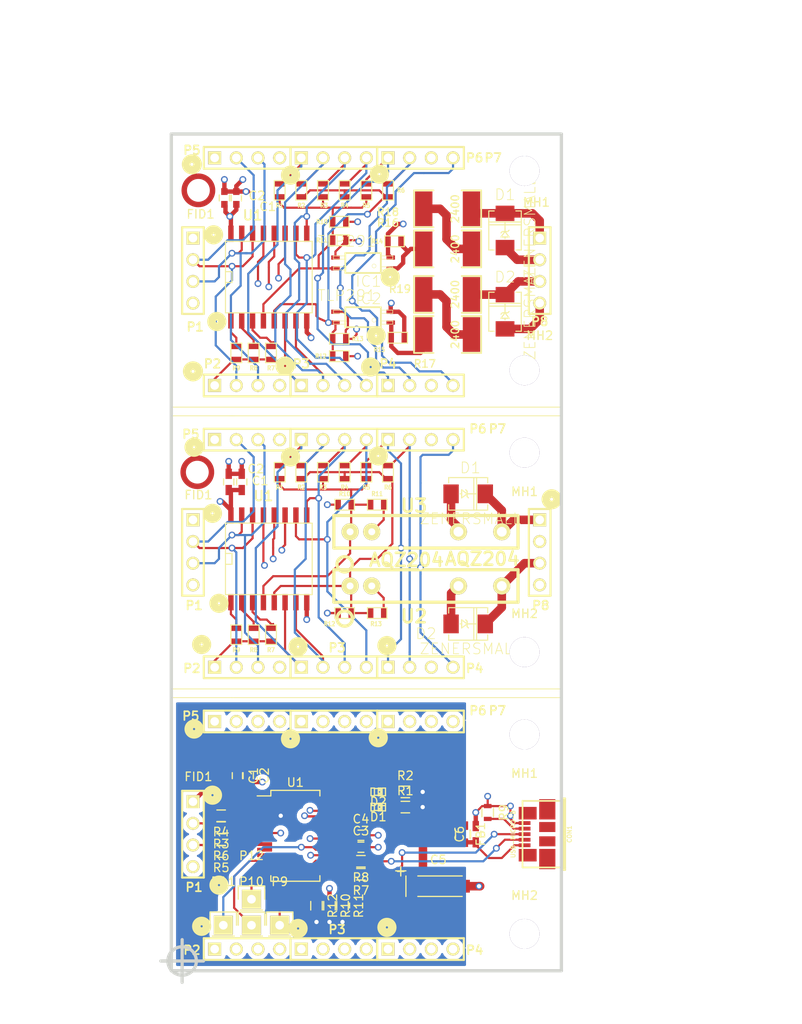
<source format=kicad_pcb>
(kicad_pcb (version 4) (host pcbnew "(after 2015-may-25 BZR unknown)-product")
  (title_block (date "venerdì 22 maggio 2015"))
  (layers (0 Fronte signal) (1 VCC power) (2 GND power) (31 Retro signal) (34 B.Paste user) (35 F.Paste user) (36 B.SilkS user) (37 F.SilkS user) (38 B.Mask user) (39 F.Mask user) (44 Edge.Cuts user))
  (net 0 "")
  (net 1 /I2C_INT)
  (net 2 /I2C_SCL)
  (net 3 /I2C_SDA)
  (net 4 /IO_0_CMD)
  (net 5 /IO_0_N)
  (net 6 /IO_0_P)
  (net 7 /IO_1_CMD)
  (net 8 /IO_1_N)
  (net 9 /IO_1_P)
  (net 10 /IO_2_CMD)
  (net 11 /IO_3_CMD)
  (net 12 /IO_4_CMD)
  (net 13 /IO_5_CMD)
  (net 14 /IO_6_CMD)
  (net 15 /IO_7_CMD)
  (net 16 GND)
  (net 17 VDD)
  (net 18 "Net-(IC1-Pad1)")
  (net 19 "Net-(IC2-Pad1)")
  (net 20 "Net-(P4-Pad3)")
  (net 21 "Net-(P7-Pad3)")
  (net 22 "Net-(R7-Pad2)")
  (net 23 "Net-(R8-Pad2)")
  (net 24 "Net-(R9-Pad2)")
  (net 25 "Net-(R16-Pad2)")
  (net 26 "Net-(R17-Pad2)")
  (net 27 /NC1)
  (net 28 /3V3)
  (net 29 +5V)
  (net 30 "Net-(C6-Pad1)")
  (net 31 /USBDN)
  (net 32 /USBDP)
  (net 33 "Net-(CON1-Pad4)")
  (net 34 "Net-(D1-Pad2)")
  (net 35 "Net-(D1-Pad1)")
  (net 36 "Net-(D2-Pad2)")
  (net 37 "Net-(D2-Pad1)")
  (net 38 /SCH_TX)
  (net 39 /SCH_RX)
  (net 40 "Net-(P2-Pad2)")
  (net 41 "Net-(P2-Pad3)")
  (net 42 "Net-(P3-Pad1)")
  (net 43 "Net-(P3-Pad2)")
  (net 44 "Net-(P3-Pad3)")
  (net 45 "Net-(P3-Pad4)")
  (net 46 "Net-(P4-Pad1)")
  (net 47 "Net-(P4-Pad2)")
  (net 48 "Net-(P4-Pad4)")
  (net 49 "Net-(P6-Pad2)")
  (net 50 "Net-(P6-Pad3)")
  (net 51 "Net-(P7-Pad1)")
  (net 52 "Net-(P7-Pad2)")
  (net 53 "Net-(P7-Pad4)")
  (net 54 "Net-(P9-Pad1)")
  (net 55 "Net-(P10-Pad1)")
  (net 56 "Net-(P11-Pad1)")
  (net 57 /VCCIO)
  (net 58 "Net-(R3-Pad1)")
  (net 59 "Net-(R4-Pad1)")
  (net 60 "Net-(U1-Pad2)")
  (net 61 "Net-(U1-Pad3)")
  (net 62 "Net-(U1-Pad6)")
  (net 63 "Net-(U1-Pad9)")
  (net 64 "Net-(U1-Pad10)")
  (net 65 "Net-(U1-Pad11)")
  (net 66 "Net-(U1-Pad27)")
  (net 67 "Net-(U1-Pad28)")
  (net 68 "Net-(P5-Pad2)")
  (net 69 "Net-(P5-Pad3)")
  (net 70 "Net-(P6-Pad1)")
  (net 71 "Net-(P6-Pad4)")
  (net 72 "Net-(P12-Pad1)")
  (module SO16L (layer Fronte) (at 198.12 57.15)
    (fp_text reference U1 (at -1.905 -7.239) (layer F.SilkS) (effects (font (size 1.143 1.143) (thickness 0.2032))))
    (fp_text value PCF8574 hide)
    (pad 1 smd rect (at -4.445 5.08) (size 0.635 1.905) (layers Fronte F.Paste F.Mask) (net 24 "Net-(R9-Pad2)"))
    (pad 2 smd rect (at -3.175 5.08) (size 0.635 1.905) (layers Fronte F.Paste F.Mask) (net 23 "Net-(R8-Pad2)"))
    (pad 3 smd rect (at -1.905 5.08) (size 0.635 1.905) (layers Fronte F.Paste F.Mask) (net 22 "Net-(R7-Pad2)"))
    (pad 4 smd rect (at -0.635 5.08) (size 0.635 1.905) (layers Fronte F.Paste F.Mask) (net 4 /IO_0_CMD))
    (pad 5 smd rect (at 0.635 5.08) (size 0.635 1.905) (layers Fronte F.Paste F.Mask) (net 7 /IO_1_CMD))
    (pad 6 smd rect (at 1.905 5.08) (size 0.635 1.905) (layers Fronte F.Paste F.Mask) (net 10 /IO_2_CMD))
    (pad 7 smd rect (at 3.175 5.08) (size 0.635 1.905) (layers Fronte F.Paste F.Mask) (net 11 /IO_3_CMD))
    (pad 8 smd rect (at 4.445 5.08) (size 0.635 1.905) (layers Fronte F.Paste F.Mask) (net 16 GND))
    (pad 9 smd rect (at 4.445 -5.08) (size 0.635 1.905) (layers Fronte F.Paste F.Mask) (net 12 /IO_4_CMD))
    (pad 10 smd rect (at 3.175 -5.08) (size 0.635 1.905) (layers Fronte F.Paste F.Mask) (net 13 /IO_5_CMD))
    (pad 11 smd rect (at 1.905 -5.08) (size 0.635 1.905) (layers Fronte F.Paste F.Mask) (net 14 /IO_6_CMD))
    (pad 12 smd rect (at 0.635 -5.08) (size 0.635 1.905) (layers Fronte F.Paste F.Mask) (net 15 /IO_7_CMD))
    (pad 13 smd rect (at -0.635 -5.08) (size 0.635 1.905) (layers Fronte F.Paste F.Mask) (net 1 /I2C_INT))
    (pad 14 smd rect (at -1.905 -5.08) (size 0.635 1.905) (layers Fronte F.Paste F.Mask) (net 2 /I2C_SCL))
    (pad 15 smd rect (at -3.175 -5.08) (size 0.635 1.905) (layers Fronte F.Paste F.Mask) (net 3 /I2C_SDA))
    (pad 16 smd rect (at -4.445 -5.08) (size 0.635 1.905) (layers Fronte F.Paste F.Mask) (net 17 VDD))
  )
  (module SM0603 (layer Fronte) (at 206.375 64.389)
    (fp_text reference R13 (at 2.159 0) (layer F.SilkS) (effects (font (size 0.508 0.4572) (thickness 0.1143))))
    (fp_text value 10000 hide)
    (pad 1 smd rect (at -0.762 0) (size 0.635 1.143) (layers Fronte F.Paste F.Mask) (net 7 /IO_1_CMD))
    (pad 2 smd rect (at 0.762 0) (size 0.635 1.143) (layers Fronte F.Paste F.Mask) (net 16 GND))
  )
  (module SM0603 (layer Fronte) (at 206.375 66.421 180)
    (fp_text reference R12 (at 2.159 0 180) (layer F.SilkS) (effects (font (size 0.508 0.4572) (thickness 0.1143))))
    (fp_text value 1000 hide)
    (pad 1 smd rect (at -0.762 0 180) (size 0.635 1.143) (layers Fronte F.Paste F.Mask) (net 17 VDD))
    (pad 2 smd rect (at 0.762 0 180) (size 0.635 1.143) (layers Fronte F.Paste F.Mask) (net 7 /IO_1_CMD))
  )
  (module SM0603 (layer Fronte) (at 206.375 52.832)
    (fp_text reference R11 (at -2.032 0) (layer F.SilkS) (effects (font (size 0.508 0.4572) (thickness 0.1143))))
    (fp_text value 10000 hide)
    (pad 1 smd rect (at -0.762 0) (size 0.635 1.143) (layers Fronte F.Paste F.Mask) (net 4 /IO_0_CMD))
    (pad 2 smd rect (at 0.762 0) (size 0.635 1.143) (layers Fronte F.Paste F.Mask) (net 16 GND))
  )
  (module SM0603 (layer Fronte) (at 206.375 50.673 180)
    (fp_text reference R10 (at 2.032 0 180) (layer F.SilkS) (effects (font (size 0.508 0.4572) (thickness 0.1143))))
    (fp_text value 1000 hide)
    (pad 1 smd rect (at -0.762 0 180) (size 0.635 1.143) (layers Fronte F.Paste F.Mask) (net 17 VDD))
    (pad 2 smd rect (at 0.762 0 180) (size 0.635 1.143) (layers Fronte F.Paste F.Mask) (net 4 /IO_0_CMD))
  )
  (module SM0603 (layer Fronte) (at 194.31 66.04 90)
    (fp_text reference R9 (at -1.778 0 180) (layer F.SilkS) (effects (font (size 0.508 0.4572) (thickness 0.1143))))
    (fp_text value 10000 hide)
    (pad 1 smd rect (at -0.762 0 90) (size 0.635 1.143) (layers Fronte F.Paste F.Mask) (net 17 VDD))
    (pad 2 smd rect (at 0.762 0 90) (size 0.635 1.143) (layers Fronte F.Paste F.Mask) (net 24 "Net-(R9-Pad2)"))
  )
  (module SM0603 (layer Fronte) (at 196.342 66.04 90)
    (fp_text reference R8 (at -1.778 0 180) (layer F.SilkS) (effects (font (size 0.508 0.4572) (thickness 0.1143))))
    (fp_text value 10000 hide)
    (pad 1 smd rect (at -0.762 0 90) (size 0.635 1.143) (layers Fronte F.Paste F.Mask) (net 17 VDD))
    (pad 2 smd rect (at 0.762 0 90) (size 0.635 1.143) (layers Fronte F.Paste F.Mask) (net 23 "Net-(R8-Pad2)"))
  )
  (module SM0603 (layer Fronte) (at 198.374 66.04 90)
    (fp_text reference R7 (at -1.778 0 180) (layer F.SilkS) (effects (font (size 0.508 0.4572) (thickness 0.1143))))
    (fp_text value 10000 hide)
    (pad 1 smd rect (at -0.762 0 90) (size 0.635 1.143) (layers Fronte F.Paste F.Mask) (net 17 VDD))
    (pad 2 smd rect (at 0.762 0 90) (size 0.635 1.143) (layers Fronte F.Paste F.Mask) (net 22 "Net-(R7-Pad2)"))
  )
  (module SM0603 (layer Fronte) (at 199.39 46.99 270)
    (fp_text reference R1 (at 1.778 0 360) (layer F.SilkS) (effects (font (size 0.508 0.4572) (thickness 0.1143))))
    (fp_text value 0 hide)
    (pad 1 smd rect (at -0.762 0 270) (size 0.635 1.143) (layers Fronte F.Paste F.Mask) (net 10 /IO_2_CMD))
    (pad 2 smd rect (at 0.762 0 270) (size 0.635 1.143) (layers Fronte F.Paste F.Mask) (net 4 /IO_0_CMD))
  )
  (module SM0603 (layer Fronte) (at 201.93 46.99 270)
    (fp_text reference R2 (at 1.778 0 360) (layer F.SilkS) (effects (font (size 0.508 0.4572) (thickness 0.1143))))
    (fp_text value 0 hide)
    (pad 1 smd rect (at -0.762 0 270) (size 0.635 1.143) (layers Fronte F.Paste F.Mask) (net 11 /IO_3_CMD))
    (pad 2 smd rect (at 0.762 0 270) (size 0.635 1.143) (layers Fronte F.Paste F.Mask) (net 7 /IO_1_CMD))
  )
  (module SM0603 (layer Fronte) (at 204.47 46.99 270)
    (fp_text reference R3 (at 1.778 -0.127 360) (layer F.SilkS) (effects (font (size 0.508 0.4572) (thickness 0.1143))))
    (fp_text value 0 hide)
    (pad 1 smd rect (at -0.762 0 270) (size 0.635 1.143) (layers Fronte F.Paste F.Mask) (net 12 /IO_4_CMD))
    (pad 2 smd rect (at 0.762 0 270) (size 0.635 1.143) (layers Fronte F.Paste F.Mask) (net 4 /IO_0_CMD))
  )
  (module SM0603 (layer Fronte) (at 207.01 46.99 270)
    (fp_text reference R4 (at 1.778 0 360) (layer F.SilkS) (effects (font (size 0.508 0.4572) (thickness 0.1143))))
    (fp_text value 0 hide)
    (pad 1 smd rect (at -0.762 0 270) (size 0.635 1.143) (layers Fronte F.Paste F.Mask) (net 13 /IO_5_CMD))
    (pad 2 smd rect (at 0.762 0 270) (size 0.635 1.143) (layers Fronte F.Paste F.Mask) (net 7 /IO_1_CMD))
  )
  (module SM0603 (layer Fronte) (at 209.55 46.99 270)
    (fp_text reference R5 (at 1.778 0 360) (layer F.SilkS) (effects (font (size 0.508 0.4572) (thickness 0.1143))))
    (fp_text value 0 hide)
    (pad 1 smd rect (at -0.762 0 270) (size 0.635 1.143) (layers Fronte F.Paste F.Mask) (net 14 /IO_6_CMD))
    (pad 2 smd rect (at 0.762 0 270) (size 0.635 1.143) (layers Fronte F.Paste F.Mask) (net 4 /IO_0_CMD))
  )
  (module SM0603 (layer Fronte) (at 212.09 46.99 270)
    (fp_text reference R6 (at 0 -1.524 360) (layer F.SilkS) (effects (font (size 0.508 0.4572) (thickness 0.1143))))
    (fp_text value 0 hide)
    (pad 1 smd rect (at -0.762 0 270) (size 0.635 1.143) (layers Fronte F.Paste F.Mask) (net 15 /IO_7_CMD))
    (pad 2 smd rect (at 0.762 0 270) (size 0.635 1.143) (layers Fronte F.Paste F.Mask) (net 7 /IO_1_CMD))
  )
  (module PIN_ARRAY_4x1 (layer Fronte) (at 229.87 56.388 270)
    (fp_text reference P8 (at 5.969 0 360) (layer F.SilkS) (effects (font (size 1.016 1.016) (thickness 0.2032))))
    (fp_text value CONN_4 hide)
    (pad 1 thru_hole rect (at -3.81 0 270) (size 1.524 1.524) (drill 1.016) (layers *.Cu *.Mask F.SilkS) (net 6 /IO_0_P))
    (pad 2 thru_hole circle (at -1.27 0 270) (size 1.524 1.524) (drill 1.016) (layers *.Cu *.Mask F.SilkS) (net 5 /IO_0_N))
    (pad 3 thru_hole circle (at 1.27 0 270) (size 1.524 1.524) (drill 1.016) (layers *.Cu *.Mask F.SilkS) (net 9 /IO_1_P))
    (pad 4 thru_hole circle (at 3.81 0 270) (size 1.524 1.524) (drill 1.016) (layers *.Cu *.Mask F.SilkS) (net 8 /IO_1_N))
  )
  (module PIN_ARRAY_4x1 (layer Fronte) (at 215.9 43.18)
    (fp_text reference P7 (at 8.509 0) (layer F.SilkS) (effects (font (size 1.016 1.016) (thickness 0.2032))))
    (fp_text value CONN_4 hide)
    (pad 1 thru_hole rect (at -3.81 0) (size 1.524 1.524) (drill 1.016) (layers *.Cu *.Mask F.SilkS) (net 14 /IO_6_CMD))
    (pad 2 thru_hole circle (at -1.27 0) (size 1.524 1.524) (drill 1.016) (layers *.Cu *.Mask F.SilkS) (net 15 /IO_7_CMD))
    (pad 3 thru_hole circle (at 1.27 0) (size 1.524 1.524) (drill 1.016) (layers *.Cu *.Mask F.SilkS) (net 21 "Net-(P7-Pad3)"))
    (pad 4 thru_hole circle (at 3.81 0) (size 1.524 1.524) (drill 1.016) (layers *.Cu *.Mask F.SilkS) (net 1 /I2C_INT))
  )
  (module PIN_ARRAY_4x1 (layer Fronte) (at 205.74 43.18)
    (fp_text reference P6 (at 16.51 0) (layer F.SilkS) (effects (font (size 1.016 1.016) (thickness 0.2032))))
    (fp_text value CONN_4 hide)
    (pad 1 thru_hole rect (at -3.81 0) (size 1.524 1.524) (drill 1.016) (layers *.Cu *.Mask F.SilkS) (net 10 /IO_2_CMD))
    (pad 2 thru_hole circle (at -1.27 0) (size 1.524 1.524) (drill 1.016) (layers *.Cu *.Mask F.SilkS) (net 11 /IO_3_CMD))
    (pad 3 thru_hole circle (at 1.27 0) (size 1.524 1.524) (drill 1.016) (layers *.Cu *.Mask F.SilkS) (net 12 /IO_4_CMD))
    (pad 4 thru_hole circle (at 3.81 0) (size 1.524 1.524) (drill 1.016) (layers *.Cu *.Mask F.SilkS) (net 13 /IO_5_CMD))
  )
  (module PIN_ARRAY_4x1 (layer Fronte) (at 195.58 43.18)
    (fp_text reference P5 (at -6.477 -0.889) (layer F.SilkS) (effects (font (size 1.016 1.016) (thickness 0.2032))))
    (fp_text value CONN_4 hide)
    (pad 1 thru_hole rect (at -3.81 0) (size 1.524 1.524) (drill 1.016) (layers *.Cu *.Mask F.SilkS) (net 17 VDD))
    (pad 2 thru_hole circle (at -1.27 0) (size 1.524 1.524) (drill 1.016) (layers *.Cu *.Mask F.SilkS) (net 2 /I2C_SCL))
    (pad 3 thru_hole circle (at 1.27 0) (size 1.524 1.524) (drill 1.016) (layers *.Cu *.Mask F.SilkS) (net 3 /I2C_SDA))
    (pad 4 thru_hole circle (at 3.81 0) (size 1.524 1.524) (drill 1.016) (layers *.Cu *.Mask F.SilkS) (net 16 GND))
  )
  (module PIN_ARRAY_4x1 (layer Fronte) (at 215.9 69.85)
    (fp_text reference P4 (at -3.81 -2.54) (layer F.SilkS) (effects (font (size 1.016 1.016) (thickness 0.2032))))
    (fp_text value CONN_4 hide)
    (pad 1 thru_hole rect (at -3.81 0) (size 1.524 1.524) (drill 1.016) (layers *.Cu *.Mask F.SilkS) (net 14 /IO_6_CMD))
    (pad 2 thru_hole circle (at -1.27 0) (size 1.524 1.524) (drill 1.016) (layers *.Cu *.Mask F.SilkS) (net 15 /IO_7_CMD))
    (pad 3 thru_hole circle (at 1.27 0) (size 1.524 1.524) (drill 1.016) (layers *.Cu *.Mask F.SilkS) (net 20 "Net-(P4-Pad3)"))
    (pad 4 thru_hole circle (at 3.81 0) (size 1.524 1.524) (drill 1.016) (layers *.Cu *.Mask F.SilkS) (net 1 /I2C_INT))
  )
  (module PIN_ARRAY_4x1 (layer Fronte) (at 205.74 69.85)
    (fp_text reference P3 (at -3.81 -2.54) (layer F.SilkS) (effects (font (size 1.016 1.016) (thickness 0.2032))))
    (fp_text value CONN_4 hide)
    (pad 1 thru_hole rect (at -3.81 0) (size 1.524 1.524) (drill 1.016) (layers *.Cu *.Mask F.SilkS) (net 10 /IO_2_CMD))
    (pad 2 thru_hole circle (at -1.27 0) (size 1.524 1.524) (drill 1.016) (layers *.Cu *.Mask F.SilkS) (net 11 /IO_3_CMD))
    (pad 3 thru_hole circle (at 1.27 0) (size 1.524 1.524) (drill 1.016) (layers *.Cu *.Mask F.SilkS) (net 12 /IO_4_CMD))
    (pad 4 thru_hole circle (at 3.81 0) (size 1.524 1.524) (drill 1.016) (layers *.Cu *.Mask F.SilkS) (net 13 /IO_5_CMD))
  )
  (module PIN_ARRAY_4x1 (layer Fronte) (at 195.58 69.85)
    (fp_text reference P2 (at -4.064 -2.54) (layer F.SilkS) (effects (font (size 1.016 1.016) (thickness 0.2032))))
    (fp_text value CONN_4 hide)
    (pad 1 thru_hole rect (at -3.81 0) (size 1.524 1.524) (drill 1.016) (layers *.Cu *.Mask F.SilkS) (net 17 VDD))
    (pad 2 thru_hole circle (at -1.27 0) (size 1.524 1.524) (drill 1.016) (layers *.Cu *.Mask F.SilkS) (net 2 /I2C_SCL))
    (pad 3 thru_hole circle (at 1.27 0) (size 1.524 1.524) (drill 1.016) (layers *.Cu *.Mask F.SilkS) (net 3 /I2C_SDA))
    (pad 4 thru_hole circle (at 3.81 0) (size 1.524 1.524) (drill 1.016) (layers *.Cu *.Mask F.SilkS) (net 16 GND))
  )
  (module PIN_ARRAY_4x1 (layer Fronte) (at 189.23 56.388 270)
    (fp_text reference P1 (at 6.604 -0.254 360) (layer F.SilkS) (effects (font (size 1.016 1.016) (thickness 0.2032))))
    (fp_text value CONN_4 hide)
    (pad 1 thru_hole rect (at -3.81 0 270) (size 1.524 1.524) (drill 1.016) (layers *.Cu *.Mask F.SilkS) (net 17 VDD))
    (pad 2 thru_hole circle (at -1.27 0 270) (size 1.524 1.524) (drill 1.016) (layers *.Cu *.Mask F.SilkS) (net 2 /I2C_SCL))
    (pad 3 thru_hole circle (at 1.27 0 270) (size 1.524 1.524) (drill 1.016) (layers *.Cu *.Mask F.SilkS) (net 3 /I2C_SDA))
    (pad 4 thru_hole circle (at 3.81 0 270) (size 1.524 1.524) (drill 1.016) (layers *.Cu *.Mask F.SilkS) (net 16 GND))
  )
  (module DO214 (layer Fronte) (at 225.806 61.214 90)
    (fp_text reference D2 (at 4.064 0 180) (layer F.SilkS) (effects (font (size 1.27 1.27) (thickness 0.0889))))
    (fp_text value ZENERSMALL (at 0.254 2.921 90) (layer F.SilkS) (effects (font (size 1.27 1.27) (thickness 0.0889))))
    (pad 1 smd rect (at -2.0066 0 90) (size 1.80086 2.19964) (layers Fronte F.Paste F.Mask) (net 8 /IO_1_N))
    (pad 2 smd rect (at 2.0066 0 90) (size 1.80086 2.19964) (layers Fronte F.Paste F.Mask) (net 9 /IO_1_P))
  )
  (module DO214 (layer Fronte) (at 225.806 51.689 90)
    (fp_text reference D1 (at 4.191 0 180) (layer F.SilkS) (effects (font (size 1.27 1.27) (thickness 0.0889))))
    (fp_text value ZENERSMALL (at 0.254 2.921 90) (layer F.SilkS) (effects (font (size 1.27 1.27) (thickness 0.0889))))
    (pad 1 smd rect (at -2.0066 0 90) (size 1.80086 2.19964) (layers Fronte F.Paste F.Mask) (net 5 /IO_0_N))
    (pad 2 smd rect (at 2.0066 0 90) (size 1.80086 2.19964) (layers Fronte F.Paste F.Mask) (net 6 /IO_0_P))
  )
  (module SM2512 (layer Fronte) (at 219.075 63.881)
    (fp_text reference R17 (at -2.667 3.429) (layer F.SilkS) (effects (font (size 0.889 0.889) (thickness 0.1524))))
    (fp_text value 2400 (at 0.889 0 90) (layer F.SilkS) (effects (font (size 0.889 0.889) (thickness 0.1524))))
    (pad 1 smd rect (at -2.794 0) (size 2.032 4.064) (layers Fronte F.Paste F.Mask) (net 19 "Net-(IC2-Pad1)"))
    (pad 2 smd rect (at 2.794 0) (size 2.032 4.064) (layers Fronte F.Paste F.Mask) (net 26 "Net-(R17-Pad2)"))
  )
  (module SM2512 (layer Fronte) (at 219.075 59.182)
    (fp_text reference R19 (at -5.588 -0.635 180) (layer F.SilkS) (effects (font (size 0.889 0.889) (thickness 0.1524))))
    (fp_text value 2400 (at 0.889 0 90) (layer F.SilkS) (effects (font (size 0.889 0.889) (thickness 0.1524))))
    (pad 1 smd rect (at -2.794 0) (size 2.032 4.064) (layers Fronte F.Paste F.Mask) (net 26 "Net-(R17-Pad2)"))
    (pad 2 smd rect (at 2.794 0) (size 2.032 4.064) (layers Fronte F.Paste F.Mask) (net 9 /IO_1_P))
  )
  (module SM2512 (layer Fronte) (at 219.075 49.149)
    (fp_text reference R18 (at -6.985 0.381 180) (layer F.SilkS) (effects (font (size 0.889 0.889) (thickness 0.1524))))
    (fp_text value 2400 (at 0.889 0 90) (layer F.SilkS) (effects (font (size 0.889 0.889) (thickness 0.1524))))
    (pad 1 smd rect (at -2.794 0) (size 2.032 4.064) (layers Fronte F.Paste F.Mask) (net 25 "Net-(R16-Pad2)"))
    (pad 2 smd rect (at 2.794 0) (size 2.032 4.064) (layers Fronte F.Paste F.Mask) (net 6 /IO_0_P))
  )
  (module SM2512 (layer Fronte) (at 219.075 53.848)
    (fp_text reference R16 (at -6.985 -3.048 180) (layer F.SilkS) (effects (font (size 0.889 0.889) (thickness 0.1524))))
    (fp_text value 2400 (at 0.889 0 90) (layer F.SilkS) (effects (font (size 0.889 0.889) (thickness 0.1524))))
    (pad 1 smd rect (at -2.794 0) (size 2.032 4.064) (layers Fronte F.Paste F.Mask) (net 18 "Net-(IC1-Pad1)"))
    (pad 2 smd rect (at 2.794 0) (size 2.032 4.064) (layers Fronte F.Paste F.Mask) (net 25 "Net-(R16-Pad2)"))
  )
  (module SM0603 (layer Fronte) (at 213.233 64.262 180)
    (fp_text reference R15 (at 2.159 -1.397 180) (layer F.SilkS) (effects (font (size 0.508 0.4572) (thickness 0.1143))))
    (fp_text value 100 hide)
    (pad 1 smd rect (at -0.762 0 180) (size 0.635 1.143) (layers Fronte F.Paste F.Mask) (net 8 /IO_1_N))
    (pad 2 smd rect (at 0.762 0 180) (size 0.635 1.143) (layers Fronte F.Paste F.Mask) (net 19 "Net-(IC2-Pad1)"))
  )
  (module SM0603 (layer Fronte) (at 212.852 52.959)
    (fp_text reference R14 (at -2.032 0) (layer F.SilkS) (effects (font (size 0.508 0.4572) (thickness 0.1143))))
    (fp_text value 100 hide)
    (pad 1 smd rect (at -0.762 0) (size 0.635 1.143) (layers Fronte F.Paste F.Mask) (net 5 /IO_0_N))
    (pad 2 smd rect (at 0.762 0) (size 0.635 1.143) (layers Fronte F.Paste F.Mask) (net 18 "Net-(IC1-Pad1)"))
  )
  (module optocoupler-2-MINI-FLAT-4 (layer Fronte) (at 209.169 55.499 180)
    (fp_text reference IC1 (at -0.635 -2.159 180) (layer F.SilkS) (effects (font (size 1.27 1.27) (thickness 0.0889))))
    (fp_text value TLP291 (at 1.905 2.54 180) (layer F.SilkS) (effects (font (size 1.27 1.27) (thickness 0.0889))))
    (pad 1 smd rect (at -3.2385 -0.635 180) (size 0.99822 0.49784) (layers Fronte F.Paste F.Mask) (net 18 "Net-(IC1-Pad1)"))
    (pad 2 smd rect (at -3.2385 0.635 180) (size 0.99822 0.49784) (layers Fronte F.Paste F.Mask) (net 5 /IO_0_N))
    (pad 3 smd rect (at 3.2385 0.635 180) (size 0.99822 0.49784) (layers Fronte F.Paste F.Mask) (net 16 GND))
    (pad 4 smd rect (at 3.2385 -0.635 180) (size 0.99822 0.49784) (layers Fronte F.Paste F.Mask) (net 4 /IO_0_CMD))
  )
  (module optocoupler-2-MINI-FLAT-4 (layer Fronte) (at 209.169 61.849 180)
    (fp_text reference IC2 (at -0.635 2.159 180) (layer F.SilkS) (effects (font (size 1.27 1.27) (thickness 0.0889))))
    (fp_text value TLP291 (at 1.905 2.54 180) (layer F.SilkS) (effects (font (size 1.27 1.27) (thickness 0.0889))))
    (pad 1 smd rect (at -3.2385 -0.635 180) (size 0.99822 0.49784) (layers Fronte F.Paste F.Mask) (net 19 "Net-(IC2-Pad1)"))
    (pad 2 smd rect (at -3.2385 0.635 180) (size 0.99822 0.49784) (layers Fronte F.Paste F.Mask) (net 8 /IO_1_N))
    (pad 3 smd rect (at 3.2385 0.635 180) (size 0.99822 0.49784) (layers Fronte F.Paste F.Mask) (net 16 GND))
    (pad 4 smd rect (at 3.2385 -0.635 180) (size 0.99822 0.49784) (layers Fronte F.Paste F.Mask) (net 7 /IO_1_CMD))
  )
  (module Mounting_Holes:MountingHole_3-5mm (layer Fronte) (at 228.092 44.704)
    (fp_text reference MH1 (at 1.397 3.683) (layer F.SilkS))
    (fp_text value MountingHole_3-5mm)
    (pad 1 thru_hole circle (at 0 0) (size 3.5 3.5) (drill 3.5) (layers))
  )
  (module Mounting_Holes:MountingHole_3-5mm (layer Fronte) (at 228.092 68.072)
    (fp_text reference MH2 (at 1.778 -4.064) (layer F.SilkS))
    (fp_text value MountingHole_3-5mm)
    (pad 1 thru_hole circle (at 0 0) (size 3.5 3.5) (drill 3.5) (layers))
  )
  (module Fiducials:Fiducial_Modern_CopperTop (layer Fronte) (at 189.865 46.99)
    (fp_text reference FID1 (at 0.254 2.794) (layer F.SilkS))
    (fp_text value Fiducial_Modern_CopperTop)
    (fp_circle (center 0 0) (end 1.52908 0) (layer Fronte) (width 0.381))
    (fp_circle (center 0 0) (end 1.7907 0) (layer Fronte) (width 0.381))
  )
  (module Capacitors_SMD:C_0603 (layer Fronte) (at 194.31 47.879 90)
    (fp_text reference C1 (at -1.016 3.683 180) (layer F.SilkS))
    (fp_text value 100n)
    (pad 1 smd rect (at -0.75 0 90) (size 0.8 0.75) (layers Fronte F.Paste F.Mask) (net 17 VDD))
    (pad 2 smd rect (at 0.75 0 90) (size 0.8 0.75) (layers Fronte F.Paste F.Mask) (net 16 GND))
  )
  (module Capacitors_SMD:C_0603 (layer Fronte) (at 192.913 47.879 90)
    (fp_text reference C2 (at 0.254 3.81 180) (layer F.SilkS))
    (fp_text value 1u)
    (pad 1 smd rect (at -0.75 0 90) (size 0.8 0.75) (layers Fronte F.Paste F.Mask) (net 17 VDD))
    (pad 2 smd rect (at 0.75 0 90) (size 0.8 0.75) (layers Fronte F.Paste F.Mask) (net 16 GND))
  )
  (module SO16L (layer Fronte) (at 198.12 90.17)
    (fp_text reference U1 (at -0.635 -7.366) (layer F.SilkS) (effects (font (size 1.143 1.143) (thickness 0.2032))))
    (fp_text value PCF8574 hide)
    (pad 1 smd rect (at -4.445 5.08) (size 0.635 1.905) (layers Fronte F.Paste F.Mask) (net 24 "Net-(R9-Pad2)"))
    (pad 2 smd rect (at -3.175 5.08) (size 0.635 1.905) (layers Fronte F.Paste F.Mask) (net 23 "Net-(R8-Pad2)"))
    (pad 3 smd rect (at -1.905 5.08) (size 0.635 1.905) (layers Fronte F.Paste F.Mask) (net 22 "Net-(R7-Pad2)"))
    (pad 4 smd rect (at -0.635 5.08) (size 0.635 1.905) (layers Fronte F.Paste F.Mask) (net 4 /IO_0_CMD))
    (pad 5 smd rect (at 0.635 5.08) (size 0.635 1.905) (layers Fronte F.Paste F.Mask) (net 7 /IO_1_CMD))
    (pad 6 smd rect (at 1.905 5.08) (size 0.635 1.905) (layers Fronte F.Paste F.Mask) (net 10 /IO_2_CMD))
    (pad 7 smd rect (at 3.175 5.08) (size 0.635 1.905) (layers Fronte F.Paste F.Mask) (net 11 /IO_3_CMD))
    (pad 8 smd rect (at 4.445 5.08) (size 0.635 1.905) (layers Fronte F.Paste F.Mask) (net 16 GND))
    (pad 9 smd rect (at 4.445 -5.08) (size 0.635 1.905) (layers Fronte F.Paste F.Mask) (net 12 /IO_4_CMD))
    (pad 10 smd rect (at 3.175 -5.08) (size 0.635 1.905) (layers Fronte F.Paste F.Mask) (net 13 /IO_5_CMD))
    (pad 11 smd rect (at 1.905 -5.08) (size 0.635 1.905) (layers Fronte F.Paste F.Mask) (net 14 /IO_6_CMD))
    (pad 12 smd rect (at 0.635 -5.08) (size 0.635 1.905) (layers Fronte F.Paste F.Mask) (net 15 /IO_7_CMD))
    (pad 13 smd rect (at -0.635 -5.08) (size 0.635 1.905) (layers Fronte F.Paste F.Mask) (net 1 /I2C_INT))
    (pad 14 smd rect (at -1.905 -5.08) (size 0.635 1.905) (layers Fronte F.Paste F.Mask) (net 2 /I2C_SCL))
    (pad 15 smd rect (at -3.175 -5.08) (size 0.635 1.905) (layers Fronte F.Paste F.Mask) (net 3 /I2C_SDA))
    (pad 16 smd rect (at -4.445 -5.08) (size 0.635 1.905) (layers Fronte F.Paste F.Mask) (net 17 VDD))
  )
  (module SM0603 (layer Fronte) (at 210.82 96.52)
    (fp_text reference R13 (at -0.127 1.27) (layer F.SilkS) (effects (font (size 0.508 0.4572) (thickness 0.1143))))
    (fp_text value 10000 hide)
    (pad 1 smd rect (at -0.762 0) (size 0.635 1.143) (layers Fronte F.Paste F.Mask) (net 7 /IO_1_CMD))
    (pad 2 smd rect (at 0.762 0) (size 0.635 1.143) (layers Fronte F.Paste F.Mask) (net 16 GND))
  )
  (module SM0603 (layer Fronte) (at 207.01 96.52)
    (fp_text reference R12 (at -1.778 1.27) (layer F.SilkS) (effects (font (size 0.508 0.4572) (thickness 0.1143))))
    (fp_text value 1000 hide)
    (pad 1 smd rect (at -0.762 0) (size 0.635 1.143) (layers Fronte F.Paste F.Mask) (net 17 VDD))
    (pad 2 smd rect (at 0.762 0) (size 0.635 1.143) (layers Fronte F.Paste F.Mask) (net 7 /IO_1_CMD))
  )
  (module SM0603 (layer Fronte) (at 210.82 83.82)
    (fp_text reference R11 (at 0 -1.27) (layer F.SilkS) (effects (font (size 0.508 0.4572) (thickness 0.1143))))
    (fp_text value 10000 hide)
    (pad 1 smd rect (at -0.762 0) (size 0.635 1.143) (layers Fronte F.Paste F.Mask) (net 4 /IO_0_CMD))
    (pad 2 smd rect (at 0.762 0) (size 0.635 1.143) (layers Fronte F.Paste F.Mask) (net 16 GND))
  )
  (module SM0603 (layer Fronte) (at 207.01 83.82)
    (fp_text reference R10 (at 0 -1.27) (layer F.SilkS) (effects (font (size 0.508 0.4572) (thickness 0.1143))))
    (fp_text value 1000 hide)
    (pad 1 smd rect (at -0.762 0) (size 0.635 1.143) (layers Fronte F.Paste F.Mask) (net 17 VDD))
    (pad 2 smd rect (at 0.762 0) (size 0.635 1.143) (layers Fronte F.Paste F.Mask) (net 4 /IO_0_CMD))
  )
  (module SM0603 (layer Fronte) (at 194.31 99.06 90)
    (fp_text reference R9 (at -1.778 0 180) (layer F.SilkS) (effects (font (size 0.508 0.4572) (thickness 0.1143))))
    (fp_text value 10000 hide)
    (pad 1 smd rect (at -0.762 0 90) (size 0.635 1.143) (layers Fronte F.Paste F.Mask) (net 17 VDD))
    (pad 2 smd rect (at 0.762 0 90) (size 0.635 1.143) (layers Fronte F.Paste F.Mask) (net 24 "Net-(R9-Pad2)"))
  )
  (module SM0603 (layer Fronte) (at 196.342 99.06 90)
    (fp_text reference R8 (at -1.778 0 180) (layer F.SilkS) (effects (font (size 0.508 0.4572) (thickness 0.1143))))
    (fp_text value 10000 hide)
    (pad 1 smd rect (at -0.762 0 90) (size 0.635 1.143) (layers Fronte F.Paste F.Mask) (net 17 VDD))
    (pad 2 smd rect (at 0.762 0 90) (size 0.635 1.143) (layers Fronte F.Paste F.Mask) (net 23 "Net-(R8-Pad2)"))
  )
  (module SM0603 (layer Fronte) (at 198.374 99.06 90)
    (fp_text reference R7 (at -1.778 0 180) (layer F.SilkS) (effects (font (size 0.508 0.4572) (thickness 0.1143))))
    (fp_text value 10000 hide)
    (pad 1 smd rect (at -0.762 0 90) (size 0.635 1.143) (layers Fronte F.Paste F.Mask) (net 17 VDD))
    (pad 2 smd rect (at 0.762 0 90) (size 0.635 1.143) (layers Fronte F.Paste F.Mask) (net 22 "Net-(R7-Pad2)"))
  )
  (module SM0603 (layer Fronte) (at 199.39 80.01 270)
    (fp_text reference R1 (at 1.778 0 360) (layer F.SilkS) (effects (font (size 0.508 0.4572) (thickness 0.1143))))
    (fp_text value 0 hide)
    (pad 1 smd rect (at -0.762 0 270) (size 0.635 1.143) (layers Fronte F.Paste F.Mask) (net 10 /IO_2_CMD))
    (pad 2 smd rect (at 0.762 0 270) (size 0.635 1.143) (layers Fronte F.Paste F.Mask) (net 4 /IO_0_CMD))
  )
  (module SM0603 (layer Fronte) (at 201.93 80.01 270)
    (fp_text reference R2 (at 1.778 0 360) (layer F.SilkS) (effects (font (size 0.508 0.4572) (thickness 0.1143))))
    (fp_text value 0 hide)
    (pad 1 smd rect (at -0.762 0 270) (size 0.635 1.143) (layers Fronte F.Paste F.Mask) (net 11 /IO_3_CMD))
    (pad 2 smd rect (at 0.762 0 270) (size 0.635 1.143) (layers Fronte F.Paste F.Mask) (net 7 /IO_1_CMD))
  )
  (module SM0603 (layer Fronte) (at 204.47 80.01 270)
    (fp_text reference R3 (at 1.778 0 360) (layer F.SilkS) (effects (font (size 0.508 0.4572) (thickness 0.1143))))
    (fp_text value 0 hide)
    (pad 1 smd rect (at -0.762 0 270) (size 0.635 1.143) (layers Fronte F.Paste F.Mask) (net 12 /IO_4_CMD))
    (pad 2 smd rect (at 0.762 0 270) (size 0.635 1.143) (layers Fronte F.Paste F.Mask) (net 4 /IO_0_CMD))
  )
  (module SM0603 (layer Fronte) (at 207.01 80.01 270)
    (fp_text reference R4 (at 1.778 0 360) (layer F.SilkS) (effects (font (size 0.508 0.4572) (thickness 0.1143))))
    (fp_text value 0 hide)
    (pad 1 smd rect (at -0.762 0 270) (size 0.635 1.143) (layers Fronte F.Paste F.Mask) (net 13 /IO_5_CMD))
    (pad 2 smd rect (at 0.762 0 270) (size 0.635 1.143) (layers Fronte F.Paste F.Mask) (net 7 /IO_1_CMD))
  )
  (module SM0603 (layer Fronte) (at 209.55 80.01 270)
    (fp_text reference R5 (at 1.778 0 360) (layer F.SilkS) (effects (font (size 0.508 0.4572) (thickness 0.1143))))
    (fp_text value 0 hide)
    (pad 1 smd rect (at -0.762 0 270) (size 0.635 1.143) (layers Fronte F.Paste F.Mask) (net 14 /IO_6_CMD))
    (pad 2 smd rect (at 0.762 0 270) (size 0.635 1.143) (layers Fronte F.Paste F.Mask) (net 4 /IO_0_CMD))
  )
  (module SM0603 (layer Fronte) (at 212.09 80.01 270)
    (fp_text reference R6 (at 1.778 0 360) (layer F.SilkS) (effects (font (size 0.508 0.4572) (thickness 0.1143))))
    (fp_text value 0 hide)
    (pad 1 smd rect (at -0.762 0 270) (size 0.635 1.143) (layers Fronte F.Paste F.Mask) (net 15 /IO_7_CMD))
    (pad 2 smd rect (at 0.762 0 270) (size 0.635 1.143) (layers Fronte F.Paste F.Mask) (net 7 /IO_1_CMD))
  )
  (module PIN_ARRAY_4x1 (layer Fronte) (at 229.87 89.408 270)
    (fp_text reference P8 (at 6.223 -0.127 360) (layer F.SilkS) (effects (font (size 1.016 1.016) (thickness 0.2032))))
    (fp_text value CONN_4 hide)
    (pad 1 thru_hole rect (at -3.81 0 270) (size 1.524 1.524) (drill 1.016) (layers *.Cu *.Mask F.SilkS) (net 6 /IO_0_P))
    (pad 2 thru_hole circle (at -1.27 0 270) (size 1.524 1.524) (drill 1.016) (layers *.Cu *.Mask F.SilkS) (net 5 /IO_0_N))
    (pad 3 thru_hole circle (at 1.27 0 270) (size 1.524 1.524) (drill 1.016) (layers *.Cu *.Mask F.SilkS) (net 9 /IO_1_P))
    (pad 4 thru_hole circle (at 3.81 0 270) (size 1.524 1.524) (drill 1.016) (layers *.Cu *.Mask F.SilkS) (net 8 /IO_1_N))
  )
  (module PIN_ARRAY_4x1 (layer Fronte) (at 215.9 76.2)
    (fp_text reference P7 (at 9.017 -1.27) (layer F.SilkS) (effects (font (size 1.016 1.016) (thickness 0.2032))))
    (fp_text value CONN_4 hide)
    (pad 1 thru_hole rect (at -3.81 0) (size 1.524 1.524) (drill 1.016) (layers *.Cu *.Mask F.SilkS) (net 14 /IO_6_CMD))
    (pad 2 thru_hole circle (at -1.27 0) (size 1.524 1.524) (drill 1.016) (layers *.Cu *.Mask F.SilkS) (net 15 /IO_7_CMD))
    (pad 3 thru_hole circle (at 1.27 0) (size 1.524 1.524) (drill 1.016) (layers *.Cu *.Mask F.SilkS) (net 27 /NC1))
    (pad 4 thru_hole circle (at 3.81 0) (size 1.524 1.524) (drill 1.016) (layers *.Cu *.Mask F.SilkS) (net 1 /I2C_INT))
  )
  (module PIN_ARRAY_4x1 (layer Fronte) (at 205.74 76.2)
    (fp_text reference P6 (at 16.891 -1.27) (layer F.SilkS) (effects (font (size 1.016 1.016) (thickness 0.2032))))
    (fp_text value CONN_4 hide)
    (pad 1 thru_hole rect (at -3.81 0) (size 1.524 1.524) (drill 1.016) (layers *.Cu *.Mask F.SilkS) (net 10 /IO_2_CMD))
    (pad 2 thru_hole circle (at -1.27 0) (size 1.524 1.524) (drill 1.016) (layers *.Cu *.Mask F.SilkS) (net 11 /IO_3_CMD))
    (pad 3 thru_hole circle (at 1.27 0) (size 1.524 1.524) (drill 1.016) (layers *.Cu *.Mask F.SilkS) (net 12 /IO_4_CMD))
    (pad 4 thru_hole circle (at 3.81 0) (size 1.524 1.524) (drill 1.016) (layers *.Cu *.Mask F.SilkS) (net 13 /IO_5_CMD))
  )
  (module PIN_ARRAY_4x1 (layer Fronte) (at 195.58 76.2)
    (fp_text reference P5 (at -6.604 -0.635) (layer F.SilkS) (effects (font (size 1.016 1.016) (thickness 0.2032))))
    (fp_text value CONN_4 hide)
    (pad 1 thru_hole rect (at -3.81 0) (size 1.524 1.524) (drill 1.016) (layers *.Cu *.Mask F.SilkS) (net 17 VDD))
    (pad 2 thru_hole circle (at -1.27 0) (size 1.524 1.524) (drill 1.016) (layers *.Cu *.Mask F.SilkS) (net 2 /I2C_SCL))
    (pad 3 thru_hole circle (at 1.27 0) (size 1.524 1.524) (drill 1.016) (layers *.Cu *.Mask F.SilkS) (net 3 /I2C_SDA))
    (pad 4 thru_hole circle (at 3.81 0) (size 1.524 1.524) (drill 1.016) (layers *.Cu *.Mask F.SilkS) (net 16 GND))
  )
  (module PIN_ARRAY_4x1 (layer Fronte) (at 215.9 102.87)
    (fp_text reference P4 (at 6.35 0.127) (layer F.SilkS) (effects (font (size 1.016 1.016) (thickness 0.2032))))
    (fp_text value CONN_4 hide)
    (pad 1 thru_hole rect (at -3.81 0) (size 1.524 1.524) (drill 1.016) (layers *.Cu *.Mask F.SilkS) (net 14 /IO_6_CMD))
    (pad 2 thru_hole circle (at -1.27 0) (size 1.524 1.524) (drill 1.016) (layers *.Cu *.Mask F.SilkS) (net 15 /IO_7_CMD))
    (pad 3 thru_hole circle (at 1.27 0) (size 1.524 1.524) (drill 1.016) (layers *.Cu *.Mask F.SilkS) (net 27 /NC1))
    (pad 4 thru_hole circle (at 3.81 0) (size 1.524 1.524) (drill 1.016) (layers *.Cu *.Mask F.SilkS) (net 1 /I2C_INT))
  )
  (module PIN_ARRAY_4x1 (layer Fronte) (at 205.74 102.87)
    (fp_text reference P3 (at 0.381 -2.286) (layer F.SilkS) (effects (font (size 1.016 1.016) (thickness 0.2032))))
    (fp_text value CONN_4 hide)
    (pad 1 thru_hole rect (at -3.81 0) (size 1.524 1.524) (drill 1.016) (layers *.Cu *.Mask F.SilkS) (net 10 /IO_2_CMD))
    (pad 2 thru_hole circle (at -1.27 0) (size 1.524 1.524) (drill 1.016) (layers *.Cu *.Mask F.SilkS) (net 11 /IO_3_CMD))
    (pad 3 thru_hole circle (at 1.27 0) (size 1.524 1.524) (drill 1.016) (layers *.Cu *.Mask F.SilkS) (net 12 /IO_4_CMD))
    (pad 4 thru_hole circle (at 3.81 0) (size 1.524 1.524) (drill 1.016) (layers *.Cu *.Mask F.SilkS) (net 13 /IO_5_CMD))
  )
  (module PIN_ARRAY_4x1 (layer Fronte) (at 195.58 102.87)
    (fp_text reference P2 (at -6.477 0.127) (layer F.SilkS) (effects (font (size 1.016 1.016) (thickness 0.2032))))
    (fp_text value CONN_4 hide)
    (pad 1 thru_hole rect (at -3.81 0) (size 1.524 1.524) (drill 1.016) (layers *.Cu *.Mask F.SilkS) (net 17 VDD))
    (pad 2 thru_hole circle (at -1.27 0) (size 1.524 1.524) (drill 1.016) (layers *.Cu *.Mask F.SilkS) (net 2 /I2C_SCL))
    (pad 3 thru_hole circle (at 1.27 0) (size 1.524 1.524) (drill 1.016) (layers *.Cu *.Mask F.SilkS) (net 3 /I2C_SDA))
    (pad 4 thru_hole circle (at 3.81 0) (size 1.524 1.524) (drill 1.016) (layers *.Cu *.Mask F.SilkS) (net 16 GND))
  )
  (module PIN_ARRAY_4x1 (layer Fronte) (at 189.23 89.408 270)
    (fp_text reference P1 (at 6.223 -0.127 360) (layer F.SilkS) (effects (font (size 1.016 1.016) (thickness 0.2032))))
    (fp_text value CONN_4 hide)
    (pad 1 thru_hole rect (at -3.81 0 270) (size 1.524 1.524) (drill 1.016) (layers *.Cu *.Mask F.SilkS) (net 17 VDD))
    (pad 2 thru_hole circle (at -1.27 0 270) (size 1.524 1.524) (drill 1.016) (layers *.Cu *.Mask F.SilkS) (net 2 /I2C_SCL))
    (pad 3 thru_hole circle (at 1.27 0 270) (size 1.524 1.524) (drill 1.016) (layers *.Cu *.Mask F.SilkS) (net 3 /I2C_SDA))
    (pad 4 thru_hole circle (at 3.81 0 270) (size 1.524 1.524) (drill 1.016) (layers *.Cu *.Mask F.SilkS) (net 16 GND))
  )
  (module DO214 (layer Fronte) (at 221.488 97.79)
    (fp_text reference D2 (at -4.953 1.143) (layer F.SilkS) (effects (font (size 1.27 1.27) (thickness 0.0889))))
    (fp_text value ZENERSMALL (at 0.254 2.921) (layer F.SilkS) (effects (font (size 1.27 1.27) (thickness 0.0889))))
    (pad 1 smd rect (at -2.0066 0) (size 1.80086 2.19964) (layers Fronte F.Paste F.Mask) (net 8 /IO_1_N))
    (pad 2 smd rect (at 2.0066 0) (size 1.80086 2.19964) (layers Fronte F.Paste F.Mask) (net 9 /IO_1_P))
  )
  (module DO214 (layer Fronte) (at 221.488 82.55)
    (fp_text reference D1 (at 0.254 -3.048) (layer F.SilkS) (effects (font (size 1.27 1.27) (thickness 0.0889))))
    (fp_text value ZENERSMALL (at 0.254 2.921) (layer F.SilkS) (effects (font (size 1.27 1.27) (thickness 0.0889))))
    (pad 1 smd rect (at -2.0066 0) (size 1.80086 2.19964) (layers Fronte F.Paste F.Mask) (net 5 /IO_0_N))
    (pad 2 smd rect (at 2.0066 0) (size 1.80086 2.19964) (layers Fronte F.Paste F.Mask) (net 6 /IO_0_P))
  )
  (module AQZ-SIL-4 (layer Fronte) (at 205.74 85.09)
    (fp_text reference U3 (at 9.398 -1.143) (layer F.SilkS) (effects (font (thickness 0.3048))))
    (fp_text value AQZ204 (at 8.509 5.207) (layer F.SilkS) (effects (font (thickness 0.3048))))
    (pad 1 thru_hole circle (at 1.905 1.905) (size 1.99898 1.99898) (drill 0.8128) (layers *.Cu *.Mask F.SilkS) (net 4 /IO_0_CMD))
    (pad 2 thru_hole circle (at 4.445 1.905) (size 1.99898 1.99898) (drill 0.8128) (layers *.Cu *.Mask F.SilkS) (net 16 GND))
    (pad 3 thru_hole circle (at 14.605 1.905) (size 1.99898 1.99898) (drill 1.15062) (layers *.Cu *.Mask F.SilkS) (net 5 /IO_0_N))
    (pad 4 thru_hole circle (at 19.685 1.905) (size 1.99898 1.99898) (drill 1.15062) (layers *.Cu *.Mask F.SilkS) (net 6 /IO_0_P))
  )
  (module AQZ-SIL-4 (layer Fronte) (at 205.74 91.44)
    (fp_text reference U2 (at 9.398 5.461) (layer F.SilkS) (effects (font (thickness 0.3048))))
    (fp_text value AQZ204 (at 17.399 -1.27) (layer F.SilkS) (effects (font (thickness 0.3048))))
    (pad 1 thru_hole circle (at 1.905 1.905) (size 1.99898 1.99898) (drill 0.8128) (layers *.Cu *.Mask F.SilkS) (net 7 /IO_1_CMD))
    (pad 2 thru_hole circle (at 4.445 1.905) (size 1.99898 1.99898) (drill 0.8128) (layers *.Cu *.Mask F.SilkS) (net 16 GND))
    (pad 3 thru_hole circle (at 14.605 1.905) (size 1.99898 1.99898) (drill 1.15062) (layers *.Cu *.Mask F.SilkS) (net 8 /IO_1_N))
    (pad 4 thru_hole circle (at 19.685 1.905) (size 1.99898 1.99898) (drill 1.15062) (layers *.Cu *.Mask F.SilkS) (net 9 /IO_1_P))
  )
  (module Fiducials:Fiducial_Modern_CopperTop (layer Fronte) (at 189.738 80.01)
    (fp_text reference FID1 (at 0.127 2.667) (layer F.SilkS))
    (fp_text value Fiducial_Modern_CopperTop)
    (fp_circle (center 0 0) (end 1.52908 0) (layer Fronte) (width 0.381))
    (fp_circle (center 0 0) (end 1.7907 0) (layer Fronte) (width 0.381))
  )
  (module Mounting_Holes:MountingHole_3-5mm (layer Fronte) (at 228.092 77.724)
    (fp_text reference MH1 (at 0 4.572) (layer F.SilkS))
    (fp_text value MountingHole_3-5mm)
    (pad 1 thru_hole circle (at 0 0) (size 3.5 3.5) (drill 3.5) (layers))
  )
  (module Mounting_Holes:MountingHole_3-5mm (layer Fronte) (at 228.092 101.092)
    (fp_text reference MH2 (at 0 -4.50088) (layer F.SilkS))
    (fp_text value MountingHole_3-5mm)
    (pad 1 thru_hole circle (at 0 0) (size 3.5 3.5) (drill 3.5) (layers))
  )
  (module Capacitors_SMD:C_0603_HandSoldering (layer Fronte) (at 194.945 81.153 90)
    (fp_text reference C1 (at 0.127 2.159 180) (layer F.SilkS))
    (fp_text value 100n)
    (pad 1 smd rect (at -0.95 0 90) (size 1.2 0.75) (layers Fronte F.Paste F.Mask) (net 17 VDD))
    (pad 2 smd rect (at 0.95 0 90) (size 1.2 0.75) (layers Fronte F.Paste F.Mask) (net 16 GND))
  )
  (module Capacitors_SMD:C_0603_HandSoldering (layer Fronte) (at 193.421 81.153 90)
    (fp_text reference C2 (at 1.524 3.175 180) (layer F.SilkS))
    (fp_text value 1u)
    (pad 1 smd rect (at -0.95 0 90) (size 1.2 0.75) (layers Fronte F.Paste F.Mask) (net 17 VDD))
    (pad 2 smd rect (at 0.95 0 90) (size 1.2 0.75) (layers Fronte F.Paste F.Mask) (net 16 GND))
  )
  (module Housings_SSOP:SSOP-28_5.3x10.2mm_Pitch0.65mm (layer Fronte) (at 201.2315 122.6185)
    (fp_text reference U1 (at 0 -6.25) (layer F.SilkS))
    (fp_text value FT232RL)
    (pad 1 smd rect (at -3.6 -4.225) (size 1.75 0.45) (layers Fronte F.Paste F.Mask) (net 59 "Net-(R4-Pad1)"))
    (pad 2 smd rect (at -3.6 -3.575) (size 1.75 0.45) (layers Fronte F.Paste F.Mask) (net 60 "Net-(U1-Pad2)"))
    (pad 3 smd rect (at -3.6 -2.925) (size 1.75 0.45) (layers Fronte F.Paste F.Mask) (net 61 "Net-(U1-Pad3)"))
    (pad 4 smd rect (at -3.6 -2.275) (size 1.75 0.45) (layers Fronte F.Paste F.Mask) (net 57 /VCCIO))
    (pad 5 smd rect (at -3.6 -1.625) (size 1.75 0.45) (layers Fronte F.Paste F.Mask) (net 58 "Net-(R3-Pad1)"))
    (pad 6 smd rect (at -3.6 -0.975) (size 1.75 0.45) (layers Fronte F.Paste F.Mask) (net 62 "Net-(U1-Pad6)"))
    (pad 7 smd rect (at -3.6 -0.325) (size 1.75 0.45) (layers Fronte F.Paste F.Mask) (net 16 GND))
    (pad 8 smd rect (at -3.6 0.325) (size 1.75 0.45) (layers Fronte F.Paste F.Mask))
    (pad 9 smd rect (at -3.6 0.975) (size 1.75 0.45) (layers Fronte F.Paste F.Mask) (net 63 "Net-(U1-Pad9)"))
    (pad 10 smd rect (at -3.6 1.625) (size 1.75 0.45) (layers Fronte F.Paste F.Mask) (net 64 "Net-(U1-Pad10)"))
    (pad 11 smd rect (at -3.6 2.275) (size 1.75 0.45) (layers Fronte F.Paste F.Mask) (net 65 "Net-(U1-Pad11)"))
    (pad 12 smd rect (at -3.6 2.925) (size 1.75 0.45) (layers Fronte F.Paste F.Mask) (net 55 "Net-(P10-Pad1)"))
    (pad 13 smd rect (at -3.6 3.575) (size 1.75 0.45) (layers Fronte F.Paste F.Mask) (net 72 "Net-(P12-Pad1)"))
    (pad 14 smd rect (at -3.6 4.225) (size 1.75 0.45) (layers Fronte F.Paste F.Mask) (net 54 "Net-(P9-Pad1)"))
    (pad 15 smd rect (at 3.6 4.225) (size 1.75 0.45) (layers Fronte F.Paste F.Mask) (net 22 "Net-(R7-Pad2)"))
    (pad 16 smd rect (at 3.6 3.575) (size 1.75 0.45) (layers Fronte F.Paste F.Mask) (net 23 "Net-(R8-Pad2)"))
    (pad 17 smd rect (at 3.6 2.925) (size 1.75 0.45) (layers Fronte F.Paste F.Mask) (net 28 /3V3))
    (pad 18 smd rect (at 3.6 2.275) (size 1.75 0.45) (layers Fronte F.Paste F.Mask) (net 16 GND))
    (pad 19 smd rect (at 3.6 1.625) (size 1.75 0.45) (layers Fronte F.Paste F.Mask) (net 56 "Net-(P11-Pad1)"))
    (pad 20 smd rect (at 3.6 0.975) (size 1.75 0.45) (layers Fronte F.Paste F.Mask) (net 29 +5V))
    (pad 21 smd rect (at 3.6 0.325) (size 1.75 0.45) (layers Fronte F.Paste F.Mask) (net 16 GND))
    (pad 22 smd rect (at 3.6 -0.325) (size 1.75 0.45) (layers Fronte F.Paste F.Mask) (net 34 "Net-(D1-Pad2)"))
    (pad 23 smd rect (at 3.6 -0.975) (size 1.75 0.45) (layers Fronte F.Paste F.Mask) (net 36 "Net-(D2-Pad2)"))
    (pad 24 smd rect (at 3.6 -1.625) (size 1.75 0.45) (layers Fronte F.Paste F.Mask))
    (pad 25 smd rect (at 3.6 -2.275) (size 1.75 0.45) (layers Fronte F.Paste F.Mask) (net 16 GND))
    (pad 26 smd rect (at 3.6 -2.925) (size 1.75 0.45) (layers Fronte F.Paste F.Mask) (net 16 GND))
    (pad 27 smd rect (at 3.6 -3.575) (size 1.75 0.45) (layers Fronte F.Paste F.Mask) (net 66 "Net-(U1-Pad27)"))
    (pad 28 smd rect (at 3.6 -4.225) (size 1.75 0.45) (layers Fronte F.Paste F.Mask) (net 67 "Net-(U1-Pad28)"))
  )
  (module PIN_ARRAY_4x1 (layer Fronte) (at 215.9 109.22)
    (fp_text reference P7 (at 9.017 -1.27) (layer F.SilkS) (effects (font (size 1.016 1.016) (thickness 0.2032))))
    (fp_text value CONN_01X04 hide)
    (pad 1 thru_hole rect (at -3.81 0) (size 1.524 1.524) (drill 1.016) (layers *.Cu *.Mask F.SilkS) (net 51 "Net-(P7-Pad1)"))
    (pad 2 thru_hole circle (at -1.27 0) (size 1.524 1.524) (drill 1.016) (layers *.Cu *.Mask F.SilkS) (net 52 "Net-(P7-Pad2)"))
    (pad 3 thru_hole circle (at 1.27 0) (size 1.524 1.524) (drill 1.016) (layers *.Cu *.Mask F.SilkS) (net 21 "Net-(P7-Pad3)"))
    (pad 4 thru_hole circle (at 3.81 0) (size 1.524 1.524) (drill 1.016) (layers *.Cu *.Mask F.SilkS) (net 53 "Net-(P7-Pad4)"))
  )
  (module PIN_ARRAY_4x1 (layer Fronte) (at 205.74 109.22)
    (fp_text reference P6 (at 16.891 -1.27) (layer F.SilkS) (effects (font (size 1.016 1.016) (thickness 0.2032))))
    (fp_text value CONN_01X04 hide)
    (pad 1 thru_hole rect (at -3.81 0) (size 1.524 1.524) (drill 1.016) (layers *.Cu *.Mask F.SilkS) (net 70 "Net-(P6-Pad1)"))
    (pad 2 thru_hole circle (at -1.27 0) (size 1.524 1.524) (drill 1.016) (layers *.Cu *.Mask F.SilkS) (net 49 "Net-(P6-Pad2)"))
    (pad 3 thru_hole circle (at 1.27 0) (size 1.524 1.524) (drill 1.016) (layers *.Cu *.Mask F.SilkS) (net 50 "Net-(P6-Pad3)"))
    (pad 4 thru_hole circle (at 3.81 0) (size 1.524 1.524) (drill 1.016) (layers *.Cu *.Mask F.SilkS) (net 71 "Net-(P6-Pad4)"))
  )
  (module PIN_ARRAY_4x1 (layer Fronte) (at 195.58 109.22)
    (fp_text reference P5 (at -6.604 -0.635) (layer F.SilkS) (effects (font (size 1.016 1.016) (thickness 0.2032))))
    (fp_text value CONN_01X04 hide)
    (pad 1 thru_hole rect (at -3.81 0) (size 1.524 1.524) (drill 1.016) (layers *.Cu *.Mask F.SilkS) (net 17 VDD))
    (pad 2 thru_hole circle (at -1.27 0) (size 1.524 1.524) (drill 1.016) (layers *.Cu *.Mask F.SilkS) (net 68 "Net-(P5-Pad2)"))
    (pad 3 thru_hole circle (at 1.27 0) (size 1.524 1.524) (drill 1.016) (layers *.Cu *.Mask F.SilkS) (net 69 "Net-(P5-Pad3)"))
    (pad 4 thru_hole circle (at 3.81 0) (size 1.524 1.524) (drill 1.016) (layers *.Cu *.Mask F.SilkS) (net 16 GND))
  )
  (module PIN_ARRAY_4x1 (layer Fronte) (at 215.9 135.89)
    (fp_text reference P4 (at 6.35 0.127) (layer F.SilkS) (effects (font (size 1.016 1.016) (thickness 0.2032))))
    (fp_text value CONN_01X04 hide)
    (pad 1 thru_hole rect (at -3.81 0) (size 1.524 1.524) (drill 1.016) (layers *.Cu *.Mask F.SilkS) (net 46 "Net-(P4-Pad1)"))
    (pad 2 thru_hole circle (at -1.27 0) (size 1.524 1.524) (drill 1.016) (layers *.Cu *.Mask F.SilkS) (net 47 "Net-(P4-Pad2)"))
    (pad 3 thru_hole circle (at 1.27 0) (size 1.524 1.524) (drill 1.016) (layers *.Cu *.Mask F.SilkS) (net 20 "Net-(P4-Pad3)"))
    (pad 4 thru_hole circle (at 3.81 0) (size 1.524 1.524) (drill 1.016) (layers *.Cu *.Mask F.SilkS) (net 48 "Net-(P4-Pad4)"))
  )
  (module PIN_ARRAY_4x1 (layer Fronte) (at 205.74 135.89)
    (fp_text reference P3 (at 0.381 -2.286) (layer F.SilkS) (effects (font (size 1.016 1.016) (thickness 0.2032))))
    (fp_text value CONN_01X04 hide)
    (pad 1 thru_hole rect (at -3.81 0) (size 1.524 1.524) (drill 1.016) (layers *.Cu *.Mask F.SilkS) (net 42 "Net-(P3-Pad1)"))
    (pad 2 thru_hole circle (at -1.27 0) (size 1.524 1.524) (drill 1.016) (layers *.Cu *.Mask F.SilkS) (net 43 "Net-(P3-Pad2)"))
    (pad 3 thru_hole circle (at 1.27 0) (size 1.524 1.524) (drill 1.016) (layers *.Cu *.Mask F.SilkS) (net 44 "Net-(P3-Pad3)"))
    (pad 4 thru_hole circle (at 3.81 0) (size 1.524 1.524) (drill 1.016) (layers *.Cu *.Mask F.SilkS) (net 45 "Net-(P3-Pad4)"))
  )
  (module PIN_ARRAY_4x1 (layer Fronte) (at 195.58 135.89)
    (fp_text reference P2 (at -6.477 0.127) (layer F.SilkS) (effects (font (size 1.016 1.016) (thickness 0.2032))))
    (fp_text value CONN_01X04 hide)
    (pad 1 thru_hole rect (at -3.81 0) (size 1.524 1.524) (drill 1.016) (layers *.Cu *.Mask F.SilkS) (net 17 VDD))
    (pad 2 thru_hole circle (at -1.27 0) (size 1.524 1.524) (drill 1.016) (layers *.Cu *.Mask F.SilkS) (net 40 "Net-(P2-Pad2)"))
    (pad 3 thru_hole circle (at 1.27 0) (size 1.524 1.524) (drill 1.016) (layers *.Cu *.Mask F.SilkS) (net 41 "Net-(P2-Pad3)"))
    (pad 4 thru_hole circle (at 3.81 0) (size 1.524 1.524) (drill 1.016) (layers *.Cu *.Mask F.SilkS) (net 16 GND))
  )
  (module PIN_ARRAY_4x1 (layer Fronte) (at 189.23 122.428 270)
    (fp_text reference P1 (at 6.223 -0.127 360) (layer F.SilkS) (effects (font (size 1.016 1.016) (thickness 0.2032))))
    (fp_text value CONN_01X04 hide)
    (pad 1 thru_hole rect (at -3.81 0 270) (size 1.524 1.524) (drill 1.016) (layers *.Cu *.Mask F.SilkS) (net 17 VDD))
    (pad 2 thru_hole circle (at -1.27 0 270) (size 1.524 1.524) (drill 1.016) (layers *.Cu *.Mask F.SilkS) (net 38 /SCH_TX))
    (pad 3 thru_hole circle (at 1.27 0 270) (size 1.524 1.524) (drill 1.016) (layers *.Cu *.Mask F.SilkS) (net 39 /SCH_RX))
    (pad 4 thru_hole circle (at 3.81 0 270) (size 1.524 1.524) (drill 1.016) (layers *.Cu *.Mask F.SilkS) (net 16 GND))
  )
  (module Fiducials:Fiducial_Modern_CopperTop (layer Fronte) (at 189.738 113.03)
    (fp_text reference FID1 (at 0.127 2.667) (layer F.SilkS))
    (fp_text value Fiducial_Modern_CopperTop)
    (fp_circle (center 0 0) (end 1.52908 0) (layer Fronte) (width 0.381))
    (fp_circle (center 0 0) (end 1.7907 0) (layer Fronte) (width 0.381))
  )
  (module Mounting_Holes:MountingHole_3-5mm (layer Fronte) (at 228.092 110.744)
    (fp_text reference MH1 (at 0 4.572) (layer F.SilkS))
    (fp_text value MountingHole_3-5mm)
    (pad 1 thru_hole circle (at 0 0) (size 3.5 3.5) (drill 3.5) (layers))
  )
  (module Mounting_Holes:MountingHole_3-5mm (layer Fronte) (at 228.092 134.112)
    (fp_text reference MH2 (at 0 -4.50088) (layer F.SilkS))
    (fp_text value MountingHole_3-5mm)
    (pad 1 thru_hole circle (at 0 0) (size 3.5 3.5) (drill 3.5) (layers))
  )
  (module Capacitors_SMD:C_0603 (layer Fronte) (at 194.437 115.57 270)
    (fp_text reference C1 (at 0 -1.9 270) (layer F.SilkS))
    (fp_text value 100n)
    (pad 1 smd rect (at -0.75 0 270) (size 0.8 0.75) (layers Fronte F.Paste F.Mask) (net 17 VDD))
    (pad 2 smd rect (at 0.75 0 270) (size 0.8 0.75) (layers Fronte F.Paste F.Mask) (net 16 GND))
  )
  (module Capacitors_SMD:C_0603 (layer Fronte) (at 195.707 115.57 270)
    (fp_text reference C2 (at 0 -1.9 270) (layer F.SilkS))
    (fp_text value 1u)
    (pad 1 smd rect (at -0.75 0 270) (size 0.8 0.75) (layers Fronte F.Paste F.Mask) (net 17 VDD))
    (pad 2 smd rect (at 0.75 0 270) (size 0.8 0.75) (layers Fronte F.Paste F.Mask) (net 16 GND))
  )
  (module Capacitors_SMD:C_0603 (layer Fronte) (at 208.915 123.952)
    (fp_text reference C3 (at 0 -1.9) (layer F.SilkS))
    (fp_text value 100n)
    (pad 1 smd rect (at -0.75 0) (size 0.8 0.75) (layers Fronte F.Paste F.Mask) (net 28 /3V3))
    (pad 2 smd rect (at 0.75 0) (size 0.8 0.75) (layers Fronte F.Paste F.Mask) (net 16 GND))
  )
  (module Capacitors_SMD:C_0603 (layer Fronte) (at 208.915 122.555)
    (fp_text reference C4 (at 0 -1.9) (layer F.SilkS))
    (fp_text value 100n)
    (pad 1 smd rect (at -0.75 0) (size 0.8 0.75) (layers Fronte F.Paste F.Mask) (net 29 +5V))
    (pad 2 smd rect (at 0.75 0) (size 0.8 0.75) (layers Fronte F.Paste F.Mask) (net 16 GND))
  )
  (module Capacitors_Tantalum_SMD:TantalC_SizeA_EIA-3216_HandSoldering (layer Fronte) (at 218.186 128.524)
    (fp_text reference C5 (at -0.20066 -3.0988) (layer F.SilkS))
    (fp_text value 4.7u)
    (fp_text user + (at -4.59994 -1.80086) (layer F.SilkS))
    (pad 2 smd rect (at 1.99898 0) (size 2.99974 1.50114) (layers Fronte F.Paste F.Mask) (net 16 GND))
    (pad 1 smd rect (at -1.99898 0) (size 2.99974 1.50114) (layers Fronte F.Paste F.Mask) (net 29 +5V))
  )
  (module Capacitors_SMD:C_0603_HandSoldering (layer Fronte) (at 222.377 122.428 90)
    (fp_text reference C6 (at 0 -1.9 90) (layer F.SilkS))
    (fp_text value 10n)
    (pad 1 smd rect (at -0.95 0 90) (size 1.2 0.75) (layers Fronte F.Paste F.Mask) (net 30 "Net-(C6-Pad1)"))
    (pad 2 smd rect (at 0.95 0 90) (size 1.2 0.75) (layers Fronte F.Paste F.Mask) (net 16 GND))
  )
  (module LEDs:LED-0603 (layer Fronte) (at 210.947 119.253 180)
    (fp_text reference D1 (at 0 -1.15 180) (layer F.SilkS))
    (fp_text value LED)
    (pad 2 smd rect (at 0.7493 0) (size 0.79756 0.79756) (layers Fronte F.Paste F.Mask) (net 34 "Net-(D1-Pad2)"))
    (pad 1 smd rect (at -0.7493 0) (size 0.79756 0.79756) (layers Fronte F.Paste F.Mask) (net 35 "Net-(D1-Pad1)"))
  )
  (module LEDs:LED-0603 (layer Fronte) (at 210.947 117.475 180)
    (fp_text reference D2 (at 0 -1.15 180) (layer F.SilkS))
    (fp_text value LED)
    (pad 2 smd rect (at 0.7493 0) (size 0.79756 0.79756) (layers Fronte F.Paste F.Mask) (net 36 "Net-(D2-Pad2)"))
    (pad 1 smd rect (at -0.7493 0) (size 0.79756 0.79756) (layers Fronte F.Paste F.Mask) (net 37 "Net-(D2-Pad1)"))
  )
  (module Capacitors_SMD:C_0805 (layer Fronte) (at 220.853 122.428 270)
    (fp_text reference FB1 (at 0 -2.1 270) (layer F.SilkS))
    (fp_text value FILTER)
    (pad 1 smd rect (at -1 0 270) (size 1 1.25) (layers Fronte F.Paste F.Mask) (net 29 +5V))
    (pad 2 smd rect (at 1 0 270) (size 1 1.25) (layers Fronte F.Paste F.Mask) (net 30 "Net-(C6-Pad1)"))
  )
  (module Pin_Headers:Pin_Header_Straight_1x01 (layer Fronte) (at 199.39 133.096)
    (fp_text reference P9 (at 0 -5.1) (layer F.SilkS))
    (fp_text value CONN_01X01)
    (pad 1 thru_hole rect (at 0 0) (size 2.2352 2.2352) (drill 1.016) (layers *.Cu *.Mask F.SilkS) (net 54 "Net-(P9-Pad1)"))
  )
  (module Pin_Headers:Pin_Header_Straight_1x01 (layer Fronte) (at 196.088 133.096)
    (fp_text reference P10 (at 0 -5.1) (layer F.SilkS))
    (fp_text value CONN_01X01)
    (pad 1 thru_hole rect (at 0 0) (size 2.2352 2.2352) (drill 1.016) (layers *.Cu *.Mask F.SilkS) (net 55 "Net-(P10-Pad1)"))
  )
  (module Pin_Headers:Pin_Header_Straight_1x01 (layer Fronte) (at 192.786 133.096)
    (fp_text reference P11 (at 0 -5.1) (layer F.SilkS))
    (fp_text value CONN_01X01)
    (pad 1 thru_hole rect (at 0 0) (size 2.2352 2.2352) (drill 1.016) (layers *.Cu *.Mask F.SilkS) (net 56 "Net-(P11-Pad1)"))
  )
  (module Resistors_SMD:R_0603 (layer Fronte) (at 214.122 119.253)
    (fp_text reference R1 (at 0 -1.9) (layer F.SilkS))
    (fp_text value 270)
    (pad 1 smd rect (at -0.75 0) (size 0.5 0.9) (layers Fronte F.Paste F.Mask) (net 35 "Net-(D1-Pad1)"))
    (pad 2 smd rect (at 0.75 0) (size 0.5 0.9) (layers Fronte F.Paste F.Mask) (net 57 /VCCIO))
  )
  (module Resistors_SMD:R_0603 (layer Fronte) (at 214.122 117.475)
    (fp_text reference R2 (at 0 -1.9) (layer F.SilkS))
    (fp_text value 270)
    (pad 1 smd rect (at -0.75 0) (size 0.5 0.9) (layers Fronte F.Paste F.Mask) (net 37 "Net-(D2-Pad1)"))
    (pad 2 smd rect (at 0.75 0) (size 0.5 0.9) (layers Fronte F.Paste F.Mask) (net 57 /VCCIO))
  )
  (module Resistors_SMD:R_0603 (layer Fronte) (at 192.532 121.666 180)
    (fp_text reference R3 (at 0 -1.9 180) (layer F.SilkS))
    (fp_text value 0)
    (pad 1 smd rect (at -0.75 0 180) (size 0.5 0.9) (layers Fronte F.Paste F.Mask) (net 58 "Net-(R3-Pad1)"))
    (pad 2 smd rect (at 0.75 0 180) (size 0.5 0.9) (layers Fronte F.Paste F.Mask) (net 38 /SCH_TX))
  )
  (module Resistors_SMD:R_0603 (layer Fronte) (at 192.532 120.269 180)
    (fp_text reference R4 (at 0 -1.9 180) (layer F.SilkS))
    (fp_text value 0)
    (pad 1 smd rect (at -0.75 0 180) (size 0.5 0.9) (layers Fronte F.Paste F.Mask) (net 59 "Net-(R4-Pad1)"))
    (pad 2 smd rect (at 0.75 0 180) (size 0.5 0.9) (layers Fronte F.Paste F.Mask) (net 38 /SCH_TX))
  )
  (module Resistors_SMD:R_0603 (layer Fronte) (at 192.532 124.46 180)
    (fp_text reference R5 (at 0 -1.9 180) (layer F.SilkS))
    (fp_text value 0)
    (pad 1 smd rect (at -0.75 0 180) (size 0.5 0.9) (layers Fronte F.Paste F.Mask) (net 58 "Net-(R3-Pad1)"))
    (pad 2 smd rect (at 0.75 0 180) (size 0.5 0.9) (layers Fronte F.Paste F.Mask) (net 39 /SCH_RX))
  )
  (module Resistors_SMD:R_0603 (layer Fronte) (at 192.532 123.063 180)
    (fp_text reference R6 (at 0 -1.9 180) (layer F.SilkS))
    (fp_text value 0)
    (pad 1 smd rect (at -0.75 0 180) (size 0.5 0.9) (layers Fronte F.Paste F.Mask) (net 59 "Net-(R4-Pad1)"))
    (pad 2 smd rect (at 0.75 0 180) (size 0.5 0.9) (layers Fronte F.Paste F.Mask) (net 39 /SCH_RX))
  )
  (module Resistors_SMD:R_0603 (layer Fronte) (at 208.915 127.127 180)
    (fp_text reference R7 (at 0 -1.9 180) (layer F.SilkS))
    (fp_text value 0)
    (pad 1 smd rect (at -0.75 0 180) (size 0.5 0.9) (layers Fronte F.Paste F.Mask) (net 32 /USBDP))
    (pad 2 smd rect (at 0.75 0 180) (size 0.5 0.9) (layers Fronte F.Paste F.Mask) (net 22 "Net-(R7-Pad2)"))
  )
  (module Resistors_SMD:R_0603 (layer Fronte) (at 208.915 125.603 180)
    (fp_text reference R8 (at 0 -1.9 180) (layer F.SilkS))
    (fp_text value 0)
    (pad 1 smd rect (at -0.75 0 180) (size 0.5 0.9) (layers Fronte F.Paste F.Mask) (net 31 /USBDN))
    (pad 2 smd rect (at 0.75 0 180) (size 0.5 0.9) (layers Fronte F.Paste F.Mask) (net 23 "Net-(R8-Pad2)"))
  )
  (module Resistors_SMD:R_0603 (layer Fronte) (at 223.774 119.888 270)
    (fp_text reference R9 (at 0 -1.9 270) (layer F.SilkS))
    (fp_text value 0)
    (pad 1 smd rect (at -0.75 0 270) (size 0.5 0.9) (layers Fronte F.Paste F.Mask) (net 16 GND))
    (pad 2 smd rect (at 0.75 0 270) (size 0.5 0.9) (layers Fronte F.Paste F.Mask) (net 33 "Net-(CON1-Pad4)"))
  )
  (module Resistors_SMD:R_0603 (layer Fronte) (at 205.232 130.81 270)
    (fp_text reference R10 (at 0 -1.9 270) (layer F.SilkS))
    (fp_text value 0)
    (pad 1 smd rect (at -0.75 0 270) (size 0.5 0.9) (layers Fronte F.Paste F.Mask) (net 17 VDD))
    (pad 2 smd rect (at 0.75 0 270) (size 0.5 0.9) (layers Fronte F.Paste F.Mask) (net 57 /VCCIO))
  )
  (module Resistors_SMD:R_0603 (layer Fronte) (at 206.756 130.81 270)
    (fp_text reference R11 (at 0 -1.9 270) (layer F.SilkS))
    (fp_text value 0)
    (pad 1 smd rect (at -0.75 0 270) (size 0.5 0.9) (layers Fronte F.Paste F.Mask) (net 29 +5V))
    (pad 2 smd rect (at 0.75 0 270) (size 0.5 0.9) (layers Fronte F.Paste F.Mask) (net 57 /VCCIO))
  )
  (module Resistors_SMD:R_0603 (layer Fronte) (at 203.708 130.81 270)
    (fp_text reference R12 (at 0 -1.9 270) (layer F.SilkS))
    (fp_text value 0)
    (pad 1 smd rect (at -0.75 0 270) (size 0.5 0.9) (layers Fronte F.Paste F.Mask) (net 28 /3V3))
    (pad 2 smd rect (at 0.75 0 270) (size 0.5 0.9) (layers Fronte F.Paste F.Mask) (net 57 /VCCIO))
  )
  (module w_conn_pc:conn_usb_B_micro_smd (layer Fronte) (at 230.759 122.428 90)
    (fp_text reference CON1 (at 0 2.60096 90) (layer F.SilkS) (effects (font (size 0.50038 0.50038) (thickness 0.09906))))
    (fp_text value USB-MICRO-B (at 0 -4.0005 90) (layer F.SilkS) (effects (font (size 0.50038 0.50038) (thickness 0.09906))))
    (pad "" smd rect (at -0.8382 0 90) (size 1.17348 1.89738) (layers Fronte F.Paste F.Mask))
    (pad "" smd rect (at 0.8382 0 90) (size 1.17348 1.89738) (layers Fronte F.Paste F.Mask))
    (pad "" smd rect (at 2.91338 0 90) (size 2.3749 1.89738) (layers Fronte F.Paste F.Mask))
    (pad "" smd rect (at -2.91338 0 90) (size 2.3749 1.89738) (layers Fronte F.Paste F.Mask))
    (pad "" smd rect (at 2.46126 -2.2987 90) (size 1.4732 2.10058) (layers Fronte F.Paste F.Mask))
    (pad "" smd rect (at -2.46126 -2.2987 90) (size 1.4732 2.10058) (layers Fronte F.Paste F.Mask))
    (pad 1 smd rect (at -1.30048 -2.65938 90) (size 0.44958 1.37922) (layers Fronte F.Paste F.Mask) (net 30 "Net-(C6-Pad1)"))
    (pad 2 smd rect (at -0.65024 -2.65938 90) (size 0.44958 1.37922) (layers Fronte F.Paste F.Mask) (net 31 /USBDN))
    (pad 3 smd rect (at 0 -2.65938 90) (size 0.44958 1.37922) (layers Fronte F.Paste F.Mask) (net 32 /USBDP))
    (pad 4 smd rect (at 0.65024 -2.65938 90) (size 0.44958 1.37922) (layers Fronte F.Paste F.Mask) (net 33 "Net-(CON1-Pad4)"))
    (pad 5 smd rect (at 1.30048 -2.65938 90) (size 0.44958 1.37922) (layers Fronte F.Paste F.Mask) (net 16 GND))
  )
  (module Pin_Headers:Pin_Header_Straight_1x01 (layer Fronte) (at 196.088 130.048)
    (fp_text reference P12 (at 0 -5.1) (layer F.SilkS))
    (fp_text value CONN_01X01)
    (pad 1 thru_hole rect (at 0 0) (size 2.2352 2.2352) (drill 1.016) (layers *.Cu *.Mask F.SilkS) (net 72 "Net-(P12-Pad1)"))
  )
  (target plus (at 187.96 137.287) (size 5) (width 0.381) (layer Edge.Cuts))
  (gr_line (start 186.69 40.386) (end 186.69 138.43) (angle 90) (layer Edge.Cuts) (width 0.381))
  (gr_line (start 232.41 40.386) (end 186.69 40.386) (angle 90) (layer Edge.Cuts) (width 0.381))
  (gr_line (start 232.41 138.43) (end 232.41 40.386) (angle 90) (layer Edge.Cuts) (width 0.381))
  (gr_line (start 186.69 138.43) (end 232.41 138.43) (angle 90) (layer Edge.Cuts) (width 0.381))
  (gr_circle (center 210.693 64.008) (end 210.82 64.008) (layer F.SilkS) (width 1))
  (gr_circle (center 212.344 57.15) (end 212.471 57.15) (layer F.SilkS) (width 1))
  (gr_circle (center 192.024 62.357) (end 192.151 62.357) (layer F.SilkS) (width 1))
  (gr_circle (center 189.23 68.199) (end 189.357 68.326) (layer F.SilkS) (width 1))
  (gr_circle (center 200.025 67.564) (end 200.152 67.564) (layer F.SilkS) (width 1))
  (gr_circle (center 210.058 67.691) (end 210.058 67.564) (layer F.SilkS) (width 1))
  (gr_circle (center 211.074 45.085) (end 211.201 45.085) (layer F.SilkS) (width 1))
  (gr_circle (center 200.66 45.212) (end 200.787 45.212) (layer F.SilkS) (width 1))
  (gr_circle (center 189.103 43.942) (end 188.976 44.069) (layer F.SilkS) (width 1))
  (gr_circle (center 191.643 52.197) (end 191.516 52.197) (layer F.SilkS) (width 1))
  (gr_line (start 232.41 72.39) (end 186.69 72.39) (angle 90) (layer F.SilkS) (width 0.09906))
  (gr_line (start 193.802 40.386) (end 232.41 40.386) (angle 90) (layer F.SilkS) (width 0.09906))
  (gr_line (start 186.69 40.386) (end 193.802 40.386) (angle 90) (layer F.SilkS) (width 0.09906))
  (gr_line (start 186.69 40.386) (end 186.69 72.39) (angle 90) (layer F.SilkS) (width 0.09906))
  (gr_line (start 232.41 72.39) (end 232.41 40.386) (angle 90) (layer F.SilkS) (width 0.09906))
  (gr_circle (center 231.267 83.185) (end 231.394 83.312) (layer F.SilkS) (width 1))
  (gr_circle (center 210.947 78.105) (end 211.074 78.105) (layer F.SilkS) (width 1))
  (gr_circle (center 200.66 78.232) (end 200.787 78.232) (layer F.SilkS) (width 1))
  (gr_circle (center 189.357 77.089) (end 189.484 77.089) (layer F.SilkS) (width 1))
  (gr_circle (center 191.516 84.836) (end 191.643 84.836) (layer F.SilkS) (width 1))
  (gr_circle (center 192.278 95.377) (end 192.151 95.377) (layer F.SilkS) (width 1))
  (gr_circle (center 211.963 100.33) (end 212.09 100.33) (layer F.SilkS) (width 1))
  (gr_circle (center 201.549 100.457) (end 201.676 100.457) (layer F.SilkS) (width 1))
  (gr_circle (center 190.246 100.203) (end 190.373 100.203) (layer F.SilkS) (width 1))
  (gr_line (start 232.41 105.41) (end 186.69 105.41) (angle 90) (layer F.SilkS) (width 0.09906))
  (gr_line (start 193.802 73.406) (end 232.41 73.406) (angle 90) (layer F.SilkS) (width 0.09906))
  (gr_line (start 186.69 73.406) (end 193.802 73.406) (angle 90) (layer F.SilkS) (width 0.09906))
  (gr_line (start 186.69 73.406) (end 186.69 105.41) (angle 90) (layer F.SilkS) (width 0.09906))
  (gr_line (start 232.41 105.41) (end 232.41 73.406) (angle 90) (layer F.SilkS) (width 0.09906))
  (gr_circle (center 210.947 111.125) (end 211.074 111.125) (layer F.SilkS) (width 1))
  (gr_circle (center 200.66 111.252) (end 200.787 111.252) (layer F.SilkS) (width 1))
  (gr_circle (center 189.357 110.109) (end 189.484 110.109) (layer F.SilkS) (width 1))
  (gr_circle (center 191.516 117.856) (end 191.643 117.856) (layer F.SilkS) (width 1))
  (gr_circle (center 192.278 128.397) (end 192.151 128.397) (layer F.SilkS) (width 1))
  (gr_circle (center 211.963 133.35) (end 212.09 133.35) (layer F.SilkS) (width 1))
  (gr_circle (center 201.549 133.477) (end 201.676 133.477) (layer F.SilkS) (width 1))
  (gr_circle (center 190.246 133.223) (end 190.373 133.223) (layer F.SilkS) (width 1))
  (gr_line (start 232.41 138.43) (end 186.69 138.43) (angle 90) (layer F.SilkS) (width 0.09906))
  (gr_line (start 193.802 106.426) (end 232.41 106.426) (angle 90) (layer F.SilkS) (width 0.09906))
  (gr_line (start 186.69 106.426) (end 193.802 106.426) (angle 90) (layer F.SilkS) (width 0.09906))
  (gr_line (start 186.69 106.426) (end 186.69 138.43) (angle 90) (layer F.SilkS) (width 0.09906))
  (gr_line (start 232.41 138.43) (end 232.41 106.426) (angle 90) (layer F.SilkS) (width 0.09906))
  (segment (start 215.9 91.948) (end 215.9 98.806) (width 0.254) (layer Retro) (net 1))
  (segment (start 215.9 91.186) (end 215.9 91.948) (width 0.254) (layer Retro) (net 1))
  (segment (start 215.9 91.186) (end 215.9 81.28) (width 0.254) (layer Retro) (net 1))
  (segment (start 216.154 77.978) (end 215.9 78.232) (width 0.254) (layer Retro) (net 1))
  (segment (start 215.9 78.232) (end 215.9 81.28) (width 0.254) (layer Retro) (net 1))
  (via (at 215.9 91.186) (size 0.8001) (layers Fronte Retro) (net 1))
  (segment (start 197.485 85.09) (end 197.485 90.805) (width 0.254) (layer Fronte) (net 1))
  (segment (start 219.71 102.616) (end 219.71 102.87) (width 0.254) (layer Retro) (net 1))
  (segment (start 219.71 77.47) (end 219.71 76.2) (width 0.254) (layer Retro) (net 1))
  (segment (start 215.9 98.806) (end 216.916 99.822) (width 0.254) (layer Retro) (net 1))
  (segment (start 216.916 99.822) (end 219.71 102.616) (width 0.254) (layer Retro) (net 1))
  (via (at 197.612 90.932) (size 0.8001) (layers Fronte Retro) (net 1))
  (segment (start 219.202 77.978) (end 216.154 77.978) (width 0.254) (layer Retro) (net 1))
  (segment (start 219.71 77.47) (end 219.202 77.978) (width 0.254) (layer Retro) (net 1))
  (segment (start 197.485 90.805) (end 197.612 90.932) (width 0.254) (layer Fronte) (net 1))
  (segment (start 219.71 69.596) (end 219.71 69.85) (width 0.254) (layer Retro) (net 1))
  (segment (start 196.85 55.372) (end 196.85 56.007) (width 0.254) (layer Fronte) (net 1))
  (segment (start 197.485 52.07) (end 197.485 54.737) (width 0.254) (layer Fronte) (net 1))
  (segment (start 196.85 56.007) (end 196.85 57.912) (width 0.254) (layer Fronte) (net 1))
  (via (at 196.85 57.912) (size 0.8001) (layers Fronte Retro) (net 1))
  (segment (start 197.485 54.737) (end 196.85 55.372) (width 0.254) (layer Fronte) (net 1))
  (segment (start 219.71 69.85) (end 219.71 69.596) (width 0.254) (layer Retro) (net 1))
  (segment (start 219.202 44.958) (end 216.281 44.958) (width 0.254) (layer Retro) (net 1))
  (segment (start 219.71 44.45) (end 219.202 44.958) (width 0.254) (layer Retro) (net 1))
  (segment (start 219.71 44.45) (end 219.71 43.18) (width 0.254) (layer Retro) (net 1))
  (via (at 207.899 59.944) (size 0.8001) (layers Fronte Retro) (net 1))
  (segment (start 207.899 59.944) (end 207.899 57.023) (width 0.254) (layer Retro) (net 1))
  (segment (start 207.899 57.023) (end 210.693 54.229) (width 0.254) (layer Retro) (net 1))
  (segment (start 207.899 59.944) (end 209.042 61.087) (width 0.254) (layer Retro) (net 1))
  (segment (start 209.042 61.087) (end 209.931 61.087) (width 0.254) (layer Retro) (net 1))
  (segment (start 210.82 62.23) (end 210.82 62.103) (width 0.254) (layer Retro) (net 1))
  (segment (start 210.82 63.5) (end 210.82 62.23) (width 0.254) (layer Retro) (net 1))
  (segment (start 211.3915 64.0715) (end 210.82 63.5) (width 0.254) (layer Retro) (net 1))
  (segment (start 211.3915 64.389) (end 211.3915 66.3575) (width 0.254) (layer Retro) (net 1))
  (segment (start 215.773 68.199) (end 218.313 68.199) (width 0.254) (layer Retro) (net 1))
  (segment (start 214.757 67.183) (end 215.773 68.199) (width 0.254) (layer Retro) (net 1))
  (segment (start 212.217 67.183) (end 214.757 67.183) (width 0.254) (layer Retro) (net 1))
  (segment (start 211.3915 66.3575) (end 212.217 67.183) (width 0.254) (layer Retro) (net 1))
  (segment (start 219.71 69.596) (end 218.313 68.199) (width 0.254) (layer Retro) (net 1))
  (segment (start 211.3915 64.389) (end 211.3915 64.0715) (width 0.254) (layer Retro) (net 1))
  (segment (start 210.566 61.722) (end 210.693 61.849) (width 0.254) (layer Retro) (net 1))
  (segment (start 209.931 61.087) (end 210.566 61.722) (width 0.254) (layer Retro) (net 1))
  (segment (start 210.693 61.849) (end 210.82 61.976) (width 0.254) (layer Retro) (net 1))
  (segment (start 210.693 61.849) (end 210.566 61.722) (width 0.254) (layer Retro) (net 1))
  (segment (start 210.82 61.976) (end 210.693 61.849) (width 0.254) (layer Retro) (net 1))
  (segment (start 210.82 62.23) (end 210.82 61.976) (width 0.254) (layer Retro) (net 1))
  (segment (start 215.138 44.958) (end 212.979 47.117) (width 0.254) (layer Retro) (net 1))
  (segment (start 212.979 47.117) (end 212.979 48.641) (width 0.254) (layer Retro) (net 1))
  (segment (start 211.709 50.8) (end 211.3915 51.1175) (width 0.254) (layer Retro) (net 1))
  (segment (start 216.281 44.958) (end 215.138 44.958) (width 0.254) (layer Retro) (net 1))
  (segment (start 210.693 54.102) (end 210.693 54.229) (width 0.254) (layer Retro) (net 1))
  (segment (start 210.693 54.229) (end 210.693 54.102) (width 0.254) (layer Retro) (net 1))
  (segment (start 210.693 51.816) (end 210.693 54.229) (width 0.254) (layer Retro) (net 1))
  (segment (start 211.3915 51.1175) (end 210.693 51.816) (width 0.254) (layer Retro) (net 1))
  (segment (start 211.709 50.673) (end 211.709 50.8) (width 0.254) (layer Retro) (net 1))
  (segment (start 211.709 50.8) (end 211.709 50.673) (width 0.254) (layer Retro) (net 1))
  (segment (start 211.709 49.911) (end 211.709 50.8) (width 0.254) (layer Retro) (net 1))
  (segment (start 212.979 48.641) (end 211.709 49.911) (width 0.254) (layer Retro) (net 1))
  (segment (start 196.342 82.042) (end 196.342 78.232) (width 0.254) (layer Retro) (net 2))
  (segment (start 196.342 84.582) (end 196.342 82.042) (width 0.254) (layer Retro) (net 2))
  (segment (start 194.31 102.87) (end 194.31 89.408) (width 0.254) (layer Retro) (net 2))
  (segment (start 194.31 89.408) (end 193.802 88.9) (width 0.254) (layer Retro) (net 2))
  (via (at 193.802 88.9) (size 0.8001) (layers Fronte Retro) (net 2))
  (segment (start 193.802 88.9) (end 195.072 88.9) (width 0.254) (layer Fronte) (net 2))
  (segment (start 193.802 88.9) (end 189.992 88.9) (width 0.254) (layer Fronte) (net 2))
  (segment (start 191.262 87.884) (end 191.008 88.138) (width 0.254) (layer Retro) (net 2))
  (segment (start 195.072 85.852) (end 196.342 84.582) (width 0.254) (layer Retro) (net 2))
  (segment (start 193.294 85.852) (end 195.072 85.852) (width 0.254) (layer Retro) (net 2))
  (segment (start 193.294 85.852) (end 191.262 87.884) (width 0.254) (layer Retro) (net 2))
  (segment (start 196.342 78.232) (end 194.31 76.2) (width 0.254) (layer Retro) (net 2))
  (segment (start 196.215 86.868) (end 196.215 85.09) (width 0.254) (layer Fronte) (net 2))
  (segment (start 196.215 85.09) (end 196.215 86.868) (width 0.254) (layer Fronte) (net 2))
  (segment (start 195.072 88.9) (end 196.215 87.757) (width 0.254) (layer Fronte) (net 2))
  (segment (start 196.215 87.757) (end 196.215 85.09) (width 0.254) (layer Fronte) (net 2))
  (segment (start 191.008 88.138) (end 189.23 88.138) (width 0.254) (layer Retro) (net 2))
  (segment (start 189.992 88.9) (end 189.23 88.138) (width 0.254) (layer Fronte) (net 2))
  (segment (start 196.342 51.562) (end 196.342 49.022) (width 0.254) (layer Retro) (net 2))
  (via (at 193.802 55.88) (size 0.8001) (layers Fronte Retro) (net 2))
  (segment (start 191.008 55.118) (end 189.23 55.118) (width 0.254) (layer Retro) (net 2))
  (segment (start 193.802 55.88) (end 189.992 55.88) (width 0.254) (layer Fronte) (net 2))
  (segment (start 189.992 55.88) (end 189.23 55.118) (width 0.254) (layer Fronte) (net 2))
  (segment (start 193.294 52.832) (end 195.072 52.832) (width 0.254) (layer Retro) (net 2))
  (segment (start 193.294 52.832) (end 191.262 54.864) (width 0.254) (layer Retro) (net 2))
  (segment (start 195.326 44.196) (end 194.31 43.18) (width 0.254) (layer Retro) (net 2))
  (segment (start 191.262 54.864) (end 191.008 55.118) (width 0.254) (layer Retro) (net 2))
  (segment (start 196.215 54.737) (end 196.215 52.07) (width 0.254) (layer Fronte) (net 2))
  (segment (start 193.802 55.88) (end 195.072 55.88) (width 0.254) (layer Fronte) (net 2))
  (segment (start 195.072 55.88) (end 196.215 54.737) (width 0.254) (layer Fronte) (net 2))
  (segment (start 196.215 52.07) (end 196.215 53.848) (width 0.254) (layer Fronte) (net 2))
  (segment (start 195.072 52.832) (end 196.342 51.562) (width 0.254) (layer Retro) (net 2))
  (segment (start 196.215 53.848) (end 196.215 52.07) (width 0.254) (layer Fronte) (net 2))
  (segment (start 194.31 67.564) (end 191.897 65.151) (width 0.254) (layer Retro) (net 2))
  (segment (start 191.897 65.151) (end 191.897 59.436) (width 0.254) (layer Retro) (net 2))
  (segment (start 191.897 59.436) (end 193.802 57.531) (width 0.254) (layer Retro) (net 2))
  (segment (start 193.802 57.531) (end 193.802 55.88) (width 0.254) (layer Retro) (net 2))
  (segment (start 194.31 69.85) (end 194.31 67.564) (width 0.254) (layer Retro) (net 2))
  (segment (start 196.342 45.212) (end 195.326 44.196) (width 0.254) (layer Retro) (net 2))
  (segment (start 196.342 49.022) (end 196.342 45.212) (width 0.254) (layer Retro) (net 2))
  (segment (start 197.612 85.852) (end 196.088 87.376) (width 0.254) (layer Retro) (net 3))
  (segment (start 196.088 87.376) (end 195.58 87.376) (width 0.254) (layer Retro) (net 3))
  (segment (start 195.326 88.9) (end 195.326 87.376) (width 0.254) (layer Retro) (net 3))
  (segment (start 195.326 87.376) (end 195.58 87.376) (width 0.254) (layer Retro) (net 3))
  (segment (start 196.85 100.33) (end 195.326 98.806) (width 0.254) (layer Retro) (net 3))
  (segment (start 195.326 98.806) (end 195.326 88.9) (width 0.254) (layer Retro) (net 3))
  (segment (start 197.612 81.534) (end 197.612 76.962) (width 0.254) (layer Retro) (net 3))
  (segment (start 197.612 81.534) (end 197.612 85.852) (width 0.254) (layer Retro) (net 3))
  (segment (start 194.564 87.376) (end 194.945 86.995) (width 0.254) (layer Fronte) (net 3))
  (segment (start 194.945 86.995) (end 194.945 85.09) (width 0.254) (layer Fronte) (net 3))
  (segment (start 193.802 87.376) (end 194.564 87.376) (width 0.254) (layer Fronte) (net 3))
  (segment (start 197.612 76.962) (end 196.85 76.2) (width 0.254) (layer Retro) (net 3))
  (segment (start 195.58 87.376) (end 193.802 87.376) (width 0.254) (layer Retro) (net 3))
  (segment (start 193.802 87.376) (end 193.802 87.376) (width 0.254) (layer Retro) (net 3))
  (via (at 193.802 87.376) (size 0.8001) (layers Fronte Retro) (net 3))
  (segment (start 193.802 87.376) (end 192.278 88.9) (width 0.254) (layer Retro) (net 3))
  (segment (start 192.278 88.9) (end 192.278 90.17) (width 0.254) (layer Retro) (net 3))
  (segment (start 192.278 90.17) (end 191.77 90.678) (width 0.254) (layer Retro) (net 3))
  (segment (start 191.77 90.678) (end 189.23 90.678) (width 0.254) (layer Retro) (net 3))
  (segment (start 193.802 87.376) (end 193.802 87.376) (width 0.254) (layer Retro) (net 3))
  (segment (start 196.85 102.87) (end 196.85 100.33) (width 0.254) (layer Retro) (net 3))
  (segment (start 192.278 57.15) (end 191.77 57.658) (width 0.254) (layer Retro) (net 3))
  (segment (start 191.77 57.658) (end 189.23 57.658) (width 0.254) (layer Retro) (net 3))
  (via (at 193.802 54.356) (size 0.8001) (layers Fronte Retro) (net 3))
  (segment (start 194.564 54.356) (end 194.945 53.975) (width 0.254) (layer Fronte) (net 3))
  (segment (start 193.802 54.356) (end 194.564 54.356) (width 0.254) (layer Fronte) (net 3))
  (segment (start 192.278 55.88) (end 192.278 57.15) (width 0.254) (layer Retro) (net 3))
  (segment (start 193.802 54.356) (end 193.802 54.356) (width 0.254) (layer Retro) (net 3))
  (segment (start 194.945 53.975) (end 194.945 52.07) (width 0.254) (layer Fronte) (net 3))
  (segment (start 193.802 54.356) (end 192.278 55.88) (width 0.254) (layer Retro) (net 3))
  (segment (start 193.802 54.356) (end 193.802 54.356) (width 0.254) (layer Retro) (net 3))
  (segment (start 194.818 54.356) (end 193.802 54.356) (width 0.254) (layer Retro) (net 3))
  (segment (start 195.58 54.356) (end 194.818 54.356) (width 0.254) (layer Retro) (net 3))
  (segment (start 197.612 48.514) (end 197.612 52.832) (width 0.254) (layer Retro) (net 3))
  (segment (start 196.088 54.356) (end 195.58 54.356) (width 0.254) (layer Retro) (net 3))
  (segment (start 197.612 52.832) (end 196.088 54.356) (width 0.254) (layer Retro) (net 3))
  (segment (start 197.612 48.514) (end 197.612 48.514) (width 0.254) (layer Retro) (net 3))
  (segment (start 195.326 54.356) (end 195.58 54.356) (width 0.254) (layer Retro) (net 3))
  (segment (start 193.675 64.516) (end 193.675 59.309) (width 0.254) (layer Retro) (net 3))
  (segment (start 196.85 67.691) (end 193.675 64.516) (width 0.254) (layer Retro) (net 3))
  (segment (start 196.85 69.85) (end 196.85 67.691) (width 0.254) (layer Retro) (net 3))
  (segment (start 194.818 58.166) (end 193.675 59.309) (width 0.254) (layer Retro) (net 3))
  (segment (start 194.818 54.356) (end 194.818 58.166) (width 0.254) (layer Retro) (net 3))
  (segment (start 197.612 43.942) (end 196.85 43.18) (width 0.254) (layer Retro) (net 3))
  (segment (start 197.612 48.514) (end 197.612 43.942) (width 0.254) (layer Retro) (net 3))
  (segment (start 199.39 81.534) (end 199.898 82.042) (width 0.254) (layer Fronte) (net 4))
  (segment (start 207.772 82.042) (end 209.042 82.042) (width 0.254) (layer Fronte) (net 4))
  (segment (start 204.47 82.042) (end 207.772 82.042) (width 0.254) (layer Fronte) (net 4))
  (segment (start 199.898 82.042) (end 204.47 82.042) (width 0.254) (layer Fronte) (net 4))
  (segment (start 210.058 83.82) (end 207.772 83.82) (width 0.254) (layer Fronte) (net 4))
  (segment (start 207.772 83.82) (end 207.772 82.042) (width 0.254) (layer Fronte) (net 4))
  (segment (start 198.628 92.202) (end 197.485 93.345) (width 0.254) (layer Fronte) (net 4))
  (segment (start 197.485 93.345) (end 197.485 95.25) (width 0.254) (layer Fronte) (net 4))
  (segment (start 207.772 86.868) (end 207.645 86.995) (width 0.254) (layer Fronte) (net 4))
  (segment (start 204.47 80.772) (end 204.47 82.042) (width 0.254) (layer Fronte) (net 4))
  (segment (start 199.39 80.772) (end 199.39 81.534) (width 0.254) (layer Fronte) (net 4))
  (segment (start 207.645 89.535) (end 204.978 92.202) (width 0.254) (layer Fronte) (net 4))
  (segment (start 209.042 82.042) (end 209.55 81.534) (width 0.254) (layer Fronte) (net 4))
  (segment (start 207.645 86.995) (end 207.645 89.535) (width 0.254) (layer Fronte) (net 4))
  (segment (start 209.55 81.534) (end 209.55 80.772) (width 0.254) (layer Fronte) (net 4))
  (segment (start 204.978 92.202) (end 198.628 92.202) (width 0.254) (layer Fronte) (net 4))
  (segment (start 207.772 83.82) (end 207.772 86.868) (width 0.254) (layer Fronte) (net 4))
  (segment (start 204.47 49.022) (end 205.613 49.022) (width 0.254) (layer Fronte) (net 4))
  (segment (start 199.39 47.752) (end 199.39 48.514) (width 0.254) (layer Fronte) (net 4))
  (segment (start 199.39 48.514) (end 199.898 49.022) (width 0.254) (layer Fronte) (net 4))
  (segment (start 204.47 47.752) (end 204.47 49.022) (width 0.254) (layer Fronte) (net 4))
  (segment (start 199.898 49.022) (end 204.47 49.022) (width 0.254) (layer Fronte) (net 4))
  (segment (start 205.613 50.673) (end 205.613 52.832) (width 0.254) (layer Fronte) (net 4))
  (segment (start 204.978 56.134) (end 205.9305 56.134) (width 0.254) (layer Fronte) (net 4))
  (segment (start 205.613 52.959) (end 204.597 53.975) (width 0.254) (layer Fronte) (net 4))
  (segment (start 205.613 52.832) (end 205.613 52.959) (width 0.254) (layer Fronte) (net 4))
  (segment (start 201.676 56.134) (end 198.501 59.309) (width 0.254) (layer Fronte) (net 4))
  (segment (start 198.501 59.309) (end 197.485 60.325) (width 0.254) (layer Fronte) (net 4))
  (segment (start 197.485 60.325) (end 197.485 62.23) (width 0.254) (layer Fronte) (net 4))
  (segment (start 203.962 56.134) (end 201.676 56.134) (width 0.254) (layer Fronte) (net 4))
  (segment (start 205.9305 56.134) (end 203.962 56.134) (width 0.254) (layer Fronte) (net 4))
  (segment (start 203.962 54.61) (end 203.962 56.134) (width 0.254) (layer Fronte) (net 4))
  (segment (start 204.597 53.975) (end 203.962 54.61) (width 0.254) (layer Fronte) (net 4))
  (segment (start 209.55 48.514) (end 209.55 47.752) (width 0.254) (layer Fronte) (net 4))
  (segment (start 209.042 49.022) (end 209.55 48.514) (width 0.254) (layer Fronte) (net 4))
  (segment (start 205.613 49.022) (end 207.772 49.022) (width 0.254) (layer Fronte) (net 4))
  (segment (start 207.772 49.022) (end 209.042 49.022) (width 0.254) (layer Fronte) (net 4))
  (segment (start 205.613 50.673) (end 205.613 49.022) (width 0.254) (layer Fronte) (net 4))
  (segment (start 220.345 86.995) (end 220.345 86.487) (width 1.00076) (layer Fronte) (net 5))
  (segment (start 220.345 86.487) (end 219.4814 85.6234) (width 1.00076) (layer Fronte) (net 5))
  (segment (start 219.4814 85.6234) (end 219.4814 82.55) (width 1.00076) (layer Fronte) (net 5))
  (segment (start 219.4814 85.344) (end 219.4814 82.55) (width 0.254) (layer Fronte) (net 5))
  (segment (start 220.345 86.741) (end 219.456 85.852) (width 0.254) (layer Fronte) (net 5))
  (segment (start 219.456 85.852) (end 219.456 85.344) (width 0.254) (layer Fronte) (net 5))
  (segment (start 220.345 86.995) (end 220.345 86.741) (width 0.254) (layer Fronte) (net 5))
  (segment (start 219.456 85.344) (end 219.4814 85.344) (width 0.254) (layer Fronte) (net 5))
  (segment (start 227.2284 55.118) (end 225.806 53.6956) (width 1.00076) (layer Fronte) (net 5))
  (segment (start 229.87 55.118) (end 227.2284 55.118) (width 1.00076) (layer Fronte) (net 5))
  (segment (start 212.09 54.5465) (end 212.4075 54.864) (width 0.508) (layer Fronte) (net 5))
  (segment (start 212.09 52.959) (end 212.09 54.5465) (width 0.508) (layer Fronte) (net 5))
  (segment (start 212.09 52.07) (end 213.233 50.927) (width 0.508) (layer Fronte) (net 5))
  (segment (start 213.233 50.927) (end 213.868 50.927) (width 0.508) (layer Fronte) (net 5))
  (via (at 213.868 50.927) (size 0.8001) (layers Fronte Retro) (net 5))
  (segment (start 212.09 52.959) (end 212.09 52.07) (width 0.508) (layer Fronte) (net 5))
  (segment (start 225.425 86.995) (end 225.425 84.4804) (width 1.00076) (layer Fronte) (net 6))
  (segment (start 225.425 84.4804) (end 223.4946 82.55) (width 1.00076) (layer Fronte) (net 6))
  (segment (start 229.87 85.598) (end 226.822 85.598) (width 1.00076) (layer Fronte) (net 6))
  (segment (start 226.822 85.598) (end 225.425 86.995) (width 1.00076) (layer Fronte) (net 6))
  (segment (start 225.425 84.4804) (end 223.4946 82.55) (width 0.254) (layer Fronte) (net 6))
  (segment (start 229.87 50.546) (end 229.0064 49.6824) (width 1.00076) (layer Fronte) (net 6))
  (segment (start 229.0064 49.6824) (end 225.806 49.6824) (width 1.00076) (layer Fronte) (net 6))
  (segment (start 229.87 52.578) (end 229.87 50.546) (width 1.00076) (layer Fronte) (net 6))
  (segment (start 222.4024 49.6824) (end 221.869 49.149) (width 1.00076) (layer Fronte) (net 6))
  (segment (start 225.806 49.6824) (end 222.4024 49.6824) (width 1.00076) (layer Fronte) (net 6))
  (segment (start 201.93 80.772) (end 202.184 80.772) (width 0.254) (layer Fronte) (net 7))
  (segment (start 210.82 90.17) (end 212.598 88.392) (width 0.254) (layer Fronte) (net 7))
  (segment (start 212.598 88.392) (end 212.598 81.026) (width 0.254) (layer Fronte) (net 7))
  (segment (start 207.645 91.313) (end 208.788 90.17) (width 0.254) (layer Fronte) (net 7))
  (segment (start 207.772 96.52) (end 207.772 93.472) (width 0.254) (layer Fronte) (net 7))
  (segment (start 211.074 80.01) (end 211.836 80.772) (width 0.254) (layer Fronte) (net 7))
  (segment (start 211.836 80.772) (end 212.09 80.772) (width 0.254) (layer Fronte) (net 7))
  (segment (start 202.946 80.01) (end 207.01 80.01) (width 0.254) (layer Fronte) (net 7))
  (segment (start 198.755 94.107) (end 198.755 95.25) (width 0.254) (layer Fronte) (net 7))
  (segment (start 207.772 96.52) (end 210.058 96.52) (width 0.254) (layer Fronte) (net 7))
  (segment (start 207.645 93.345) (end 207.645 91.313) (width 0.254) (layer Fronte) (net 7))
  (segment (start 208.788 90.17) (end 210.82 90.17) (width 0.254) (layer Fronte) (net 7))
  (segment (start 199.517 93.345) (end 198.755 94.107) (width 0.254) (layer Fronte) (net 7))
  (segment (start 207.01 80.01) (end 211.074 80.01) (width 0.254) (layer Fronte) (net 7))
  (segment (start 207.772 93.472) (end 207.645 93.345) (width 0.254) (layer Fronte) (net 7))
  (segment (start 212.598 81.026) (end 212.344 80.772) (width 0.254) (layer Fronte) (net 7))
  (segment (start 207.645 93.345) (end 199.517 93.345) (width 0.254) (layer Fronte) (net 7))
  (segment (start 202.184 80.772) (end 202.946 80.01) (width 0.254) (layer Fronte) (net 7))
  (segment (start 207.01 80.772) (end 207.01 80.01) (width 0.254) (layer Fronte) (net 7))
  (segment (start 212.344 80.772) (end 212.09 80.772) (width 0.254) (layer Fronte) (net 7))
  (segment (start 212.344 47.752) (end 212.09 47.752) (width 0.254) (layer Fronte) (net 7))
  (segment (start 207.01 47.752) (end 207.01 46.99) (width 0.254) (layer Fronte) (net 7))
  (segment (start 202.184 47.752) (end 202.946 46.99) (width 0.254) (layer Fronte) (net 7))
  (segment (start 211.074 46.99) (end 211.836 47.752) (width 0.254) (layer Fronte) (net 7))
  (segment (start 207.01 46.99) (end 211.074 46.99) (width 0.254) (layer Fronte) (net 7))
  (segment (start 201.93 47.752) (end 202.184 47.752) (width 0.254) (layer Fronte) (net 7))
  (segment (start 211.836 47.752) (end 212.09 47.752) (width 0.254) (layer Fronte) (net 7))
  (segment (start 202.946 46.99) (end 207.01 46.99) (width 0.254) (layer Fronte) (net 7))
  (segment (start 205.613 66.421) (end 205.613 64.389) (width 0.254) (layer Fronte) (net 7))
  (segment (start 205.613 63.627) (end 205.9305 63.3095) (width 0.254) (layer Fronte) (net 7))
  (segment (start 205.9305 63.3095) (end 205.9305 62.484) (width 0.254) (layer Fronte) (net 7))
  (segment (start 205.613 64.389) (end 205.613 63.627) (width 0.254) (layer Fronte) (net 7))
  (segment (start 202.946 60.325) (end 203.581 60.325) (width 0.254) (layer Fronte) (net 7))
  (segment (start 203.581 60.325) (end 203.6445 60.3885) (width 0.254) (layer Fronte) (net 7))
  (segment (start 203.962 61.976) (end 205.105 62.484) (width 0.254) (layer Fronte) (net 7))
  (segment (start 205.105 62.484) (end 205.9305 62.484) (width 0.254) (layer Fronte) (net 7))
  (segment (start 199.517 60.325) (end 198.755 61.087) (width 0.254) (layer Fronte) (net 7))
  (segment (start 198.755 62.23) (end 198.755 61.087) (width 0.254) (layer Fronte) (net 7))
  (segment (start 199.517 60.325) (end 202.946 60.325) (width 0.254) (layer Fronte) (net 7))
  (segment (start 203.6445 60.3885) (end 203.708 60.3885) (width 0.254) (layer Fronte) (net 7))
  (segment (start 203.708 61.722) (end 203.962 61.976) (width 0.254) (layer Fronte) (net 7))
  (segment (start 203.708 60.3885) (end 203.708 61.722) (width 0.254) (layer Fronte) (net 7))
  (segment (start 211.709 47.752) (end 212.09 47.752) (width 0.254) (layer Fronte) (net 7))
  (segment (start 207.264 49.911) (end 205.105 52.07) (width 0.254) (layer Retro) (net 7))
  (segment (start 209.677 49.784) (end 211.709 47.752) (width 0.254) (layer Fronte) (net 7))
  (via (at 209.677 49.784) (size 0.8001) (layers Fronte Retro) (net 7))
  (via (at 205.105 62.484) (size 0.8001) (layers Fronte Retro) (net 7))
  (segment (start 205.105 62.484) (end 205.105 52.07) (width 0.254) (layer Retro) (net 7))
  (segment (start 207.391 49.784) (end 207.264 49.911) (width 0.254) (layer Retro) (net 7))
  (segment (start 209.677 49.784) (end 207.391 49.784) (width 0.254) (layer Retro) (net 7))
  (segment (start 219.4814 97.79) (end 219.4814 94.2086) (width 1.00076) (layer Fronte) (net 8))
  (segment (start 219.4814 94.2086) (end 220.345 93.345) (width 1.00076) (layer Fronte) (net 8))
  (segment (start 219.4814 94.4626) (end 219.4814 97.79) (width 0.254) (layer Fronte) (net 8))
  (segment (start 220.345 93.599) (end 219.4814 94.4626) (width 0.254) (layer Fronte) (net 8))
  (segment (start 220.345 93.345) (end 220.345 93.599) (width 0.254) (layer Fronte) (net 8))
  (segment (start 229.87 62.103) (end 228.7524 63.2206) (width 1.00076) (layer Fronte) (net 8))
  (segment (start 228.7524 63.2206) (end 225.806 63.2206) (width 1.00076) (layer Fronte) (net 8))
  (segment (start 229.87 60.198) (end 229.87 62.103) (width 1.00076) (layer Fronte) (net 8))
  (segment (start 213.995 61.849) (end 213.36 61.214) (width 0.508) (layer Fronte) (net 8))
  (segment (start 213.36 61.214) (end 212.4075 61.214) (width 0.508) (layer Fronte) (net 8))
  (segment (start 213.995 64.262) (end 213.995 61.849) (width 0.508) (layer Fronte) (net 8))
  (segment (start 212.4075 60.2615) (end 212.471 60.198) (width 0.508) (layer Fronte) (net 8))
  (via (at 212.471 60.198) (size 0.8001) (layers Fronte Retro) (net 8))
  (segment (start 212.4075 61.214) (end 212.4075 60.2615) (width 0.508) (layer Fronte) (net 8))
  (segment (start 225.425 93.345) (end 225.425 95.8596) (width 1.00076) (layer Fronte) (net 9))
  (segment (start 225.425 95.8596) (end 223.4946 97.79) (width 1.00076) (layer Fronte) (net 9))
  (segment (start 225.425 93.345) (end 228.092 90.678) (width 1.00076) (layer Fronte) (net 9))
  (segment (start 228.092 90.678) (end 229.87 90.678) (width 1.00076) (layer Fronte) (net 9))
  (segment (start 225.425 95.8596) (end 223.4946 97.79) (width 0.254) (layer Fronte) (net 9))
  (segment (start 229.87 90.678) (end 228.092 90.678) (width 0.254) (layer Fronte) (net 9))
  (segment (start 227.3554 57.658) (end 225.806 59.2074) (width 1.00076) (layer Fronte) (net 9))
  (segment (start 229.87 57.658) (end 227.3554 57.658) (width 1.00076) (layer Fronte) (net 9))
  (segment (start 221.8944 59.2074) (end 221.869 59.182) (width 1.00076) (layer Fronte) (net 9))
  (segment (start 225.806 59.2074) (end 221.8944 59.2074) (width 1.00076) (layer Fronte) (net 9))
  (segment (start 199.136 80.01) (end 199.136 86.36) (width 0.254) (layer Retro) (net 10))
  (segment (start 199.136 86.36) (end 196.596 88.9) (width 0.254) (layer Retro) (net 10))
  (segment (start 196.596 88.9) (end 196.596 97.536) (width 0.254) (layer Retro) (net 10))
  (segment (start 201.295 102.235) (end 201.93 102.87) (width 0.254) (layer Fronte) (net 10))
  (segment (start 201.93 77.216) (end 199.136 80.01) (width 0.254) (layer Retro) (net 10))
  (segment (start 199.39 79.248) (end 199.644 79.248) (width 0.254) (layer Fronte) (net 10))
  (segment (start 200.025 100.965) (end 201.93 102.87) (width 0.254) (layer Fronte) (net 10))
  (segment (start 200.025 95.25) (end 200.025 100.965) (width 0.254) (layer Fronte) (net 10))
  (segment (start 196.596 97.536) (end 201.93 102.87) (width 0.254) (layer Retro) (net 10))
  (segment (start 201.93 76.962) (end 201.93 76.2) (width 0.254) (layer Fronte) (net 10))
  (segment (start 200.025 100.838) (end 200.025 100.965) (width 0.254) (layer Fronte) (net 10))
  (segment (start 199.644 79.248) (end 201.93 76.962) (width 0.254) (layer Fronte) (net 10))
  (segment (start 201.93 76.2) (end 201.93 77.216) (width 0.254) (layer Retro) (net 10))
  (segment (start 200.025 100.965) (end 201.93 102.87) (width 0.254) (layer Fronte) (net 10))
  (segment (start 201.93 44.196) (end 199.136 46.99) (width 0.254) (layer Retro) (net 10))
  (segment (start 196.596 64.516) (end 201.93 69.85) (width 0.254) (layer Retro) (net 10))
  (segment (start 199.644 46.228) (end 201.93 43.942) (width 0.254) (layer Fronte) (net 10))
  (segment (start 201.295 69.215) (end 201.93 69.85) (width 0.254) (layer Fronte) (net 10))
  (segment (start 199.136 46.99) (end 199.136 53.34) (width 0.254) (layer Retro) (net 10))
  (segment (start 201.93 43.942) (end 201.93 43.18) (width 0.254) (layer Fronte) (net 10))
  (segment (start 200.025 62.23) (end 200.025 67.945) (width 0.254) (layer Fronte) (net 10))
  (segment (start 200.025 67.945) (end 201.93 69.85) (width 0.254) (layer Fronte) (net 10))
  (segment (start 201.93 43.18) (end 201.93 44.196) (width 0.254) (layer Retro) (net 10))
  (segment (start 199.39 46.228) (end 199.644 46.228) (width 0.254) (layer Fronte) (net 10))
  (segment (start 200.025 67.945) (end 201.93 69.85) (width 0.254) (layer Fronte) (net 10))
  (segment (start 199.136 53.34) (end 196.596 55.88) (width 0.254) (layer Retro) (net 10))
  (segment (start 200.025 67.818) (end 200.025 67.945) (width 0.254) (layer Fronte) (net 10))
  (segment (start 195.707 56.769) (end 195.707 63.627) (width 0.254) (layer Retro) (net 10))
  (segment (start 195.707 63.627) (end 196.596 64.516) (width 0.254) (layer Retro) (net 10))
  (segment (start 196.596 55.88) (end 195.707 56.769) (width 0.254) (layer Retro) (net 10))
  (segment (start 201.295 98.425) (end 204.47 101.6) (width 0.254) (layer Fronte) (net 11))
  (segment (start 202.438 90.17) (end 202.438 78.994) (width 0.254) (layer Retro) (net 11))
  (segment (start 201.168 98.806) (end 201.168 91.44) (width 0.254) (layer Retro) (net 11))
  (segment (start 204.47 102.108) (end 201.168 98.806) (width 0.254) (layer Retro) (net 11))
  (segment (start 201.295 95.25) (end 201.295 98.425) (width 0.254) (layer Fronte) (net 11))
  (segment (start 201.168 91.44) (end 202.438 90.17) (width 0.254) (layer Retro) (net 11))
  (segment (start 202.438 78.994) (end 204.47 76.962) (width 0.254) (layer Retro) (net 11))
  (segment (start 204.47 76.962) (end 204.47 76.2) (width 0.254) (layer Retro) (net 11))
  (segment (start 204.47 102.87) (end 204.47 102.108) (width 0.254) (layer Retro) (net 11))
  (segment (start 204.47 101.6) (end 204.47 102.87) (width 0.254) (layer Fronte) (net 11))
  (segment (start 202.184 79.248) (end 204.47 76.962) (width 0.254) (layer Fronte) (net 11))
  (segment (start 201.93 79.248) (end 202.184 79.248) (width 0.254) (layer Fronte) (net 11))
  (segment (start 204.47 76.962) (end 204.47 76.2) (width 0.254) (layer Fronte) (net 11))
  (segment (start 204.47 43.942) (end 204.47 43.18) (width 0.254) (layer Retro) (net 11))
  (segment (start 204.47 69.85) (end 204.47 69.088) (width 0.254) (layer Retro) (net 11))
  (segment (start 204.47 43.942) (end 204.47 43.18) (width 0.254) (layer Fronte) (net 11))
  (segment (start 202.184 46.228) (end 204.47 43.942) (width 0.254) (layer Fronte) (net 11))
  (segment (start 204.47 68.58) (end 204.47 69.85) (width 0.254) (layer Fronte) (net 11))
  (segment (start 201.295 62.23) (end 201.295 65.405) (width 0.254) (layer Fronte) (net 11))
  (segment (start 202.438 45.974) (end 204.47 43.942) (width 0.254) (layer Retro) (net 11))
  (segment (start 201.93 46.228) (end 202.184 46.228) (width 0.254) (layer Fronte) (net 11))
  (segment (start 201.295 65.405) (end 204.47 68.58) (width 0.254) (layer Fronte) (net 11))
  (segment (start 201.168 47.244) (end 202.438 45.974) (width 0.254) (layer Retro) (net 11))
  (segment (start 200.66 56.261) (end 200.025 55.626) (width 0.254) (layer Retro) (net 11))
  (segment (start 200.025 55.626) (end 200.025 48.387) (width 0.254) (layer Retro) (net 11))
  (segment (start 200.025 48.387) (end 201.168 47.244) (width 0.254) (layer Retro) (net 11))
  (segment (start 198.882 64.897) (end 201.422 67.437) (width 0.254) (layer Retro) (net 11))
  (segment (start 198.882 61.087) (end 198.882 64.897) (width 0.254) (layer Retro) (net 11))
  (segment (start 200.533 59.436) (end 198.882 61.087) (width 0.254) (layer Retro) (net 11))
  (segment (start 200.66 59.309) (end 200.533 59.436) (width 0.254) (layer Retro) (net 11))
  (segment (start 200.66 56.261) (end 200.66 59.309) (width 0.254) (layer Retro) (net 11))
  (segment (start 204.47 68.707) (end 203.835 68.072) (width 0.254) (layer Retro) (net 11))
  (segment (start 203.835 68.072) (end 202.057 68.072) (width 0.254) (layer Retro) (net 11))
  (segment (start 202.057 68.072) (end 201.422 67.437) (width 0.254) (layer Retro) (net 11))
  (segment (start 204.47 69.85) (end 204.47 68.707) (width 0.254) (layer Retro) (net 11))
  (segment (start 204.724 79.248) (end 207.01 76.962) (width 0.254) (layer Fronte) (net 12))
  (segment (start 207.01 76.962) (end 207.01 76.2) (width 0.254) (layer Fronte) (net 12))
  (segment (start 204.47 79.248) (end 204.724 79.248) (width 0.254) (layer Fronte) (net 12))
  (segment (start 203.962 97.028) (end 203.962 83.058) (width 0.254) (layer Retro) (net 12))
  (segment (start 203.962 80.518) (end 207.01 77.47) (width 0.254) (layer Retro) (net 12))
  (segment (start 207.01 77.47) (end 207.01 76.2) (width 0.254) (layer Retro) (net 12))
  (segment (start 202.946 83.058) (end 203.962 83.058) (width 0.254) (layer Fronte) (net 12))
  (segment (start 202.565 83.439) (end 202.946 83.058) (width 0.254) (layer Fronte) (net 12))
  (segment (start 202.565 85.09) (end 202.565 83.439) (width 0.254) (layer Fronte) (net 12))
  (via (at 203.962 83.058) (size 0.8001) (layers Fronte Retro) (net 12))
  (segment (start 207.01 100.076) (end 203.962 97.028) (width 0.254) (layer Retro) (net 12))
  (segment (start 203.962 83.058) (end 203.962 80.518) (width 0.254) (layer Retro) (net 12))
  (segment (start 207.01 102.87) (end 207.01 100.076) (width 0.254) (layer Retro) (net 12))
  (segment (start 202.565 52.07) (end 202.565 50.419) (width 0.254) (layer Fronte) (net 12))
  (segment (start 204.47 46.228) (end 204.724 46.228) (width 0.254) (layer Fronte) (net 12))
  (segment (start 204.724 46.228) (end 207.01 43.942) (width 0.254) (layer Fronte) (net 12))
  (segment (start 207.01 43.942) (end 207.01 43.18) (width 0.254) (layer Fronte) (net 12))
  (segment (start 201.93 50.038) (end 202.565 50.038) (width 0.254) (layer Retro) (net 12))
  (segment (start 201.168 50.8) (end 201.93 50.038) (width 0.254) (layer Retro) (net 12))
  (segment (start 201.168 54.991) (end 201.168 50.8) (width 0.254) (layer Retro) (net 12))
  (segment (start 201.676 55.499) (end 201.168 54.991) (width 0.254) (layer Retro) (net 12))
  (segment (start 203.962 47.498) (end 207.01 44.45) (width 0.254) (layer Retro) (net 12))
  (segment (start 207.01 43.18) (end 207.01 44.45) (width 0.254) (layer Retro) (net 12))
  (segment (start 202.565 48.895) (end 202.565 50.038) (width 0.254) (layer Retro) (net 12))
  (segment (start 203.962 47.498) (end 202.565 48.895) (width 0.254) (layer Retro) (net 12))
  (via (at 202.565 50.038) (size 0.8001) (layers Fronte Retro) (net 12))
  (segment (start 202.565 52.07) (end 202.565 50.038) (width 0.254) (layer Fronte) (net 12))
  (segment (start 202.184 66.548) (end 200.152 64.516) (width 0.254) (layer Retro) (net 12))
  (segment (start 200.152 64.516) (end 200.152 61.341) (width 0.254) (layer Retro) (net 12))
  (segment (start 200.152 61.341) (end 201.676 59.817) (width 0.254) (layer Retro) (net 12))
  (segment (start 201.676 59.817) (end 201.676 55.499) (width 0.254) (layer Retro) (net 12))
  (segment (start 207.01 69.469) (end 207.01 69.85) (width 0.254) (layer Retro) (net 12))
  (segment (start 202.946 67.31) (end 204.851 67.31) (width 0.254) (layer Retro) (net 12))
  (segment (start 204.851 67.31) (end 207.01 69.469) (width 0.254) (layer Retro) (net 12))
  (segment (start 202.184 66.548) (end 202.946 67.31) (width 0.254) (layer Retro) (net 12))
  (segment (start 204.978 85.852) (end 209.55 81.28) (width 0.254) (layer Retro) (net 13))
  (segment (start 209.55 98.552) (end 209.55 102.87) (width 0.254) (layer Retro) (net 13))
  (segment (start 201.295 87.503) (end 201.676 87.884) (width 0.254) (layer Fronte) (net 13))
  (segment (start 204.978 93.98) (end 209.55 98.552) (width 0.254) (layer Retro) (net 13))
  (segment (start 209.55 81.28) (end 209.55 76.2) (width 0.254) (layer Retro) (net 13))
  (segment (start 201.295 85.09) (end 201.295 87.503) (width 0.254) (layer Fronte) (net 13))
  (segment (start 204.978 87.884) (end 204.978 93.98) (width 0.254) (layer Retro) (net 13))
  (segment (start 207.264 79.248) (end 209.55 76.962) (width 0.254) (layer Fronte) (net 13))
  (segment (start 201.676 87.884) (end 204.978 87.884) (width 0.254) (layer Fronte) (net 13))
  (segment (start 207.01 79.248) (end 207.264 79.248) (width 0.254) (layer Fronte) (net 13))
  (segment (start 204.978 87.884) (end 204.978 85.852) (width 0.254) (layer Retro) (net 13))
  (segment (start 209.55 76.962) (end 209.55 76.2) (width 0.254) (layer Fronte) (net 13))
  (segment (start 204.978 87.884) (end 204.978 87.884) (width 0.254) (layer Retro) (net 13))
  (via (at 204.978 87.884) (size 0.8001) (layers Fronte Retro) (net 13))
  (segment (start 207.264 46.228) (end 209.55 43.942) (width 0.254) (layer Fronte) (net 13))
  (segment (start 207.01 46.228) (end 207.264 46.228) (width 0.254) (layer Fronte) (net 13))
  (segment (start 209.55 43.942) (end 209.55 43.18) (width 0.254) (layer Fronte) (net 13))
  (segment (start 209.55 69.85) (end 209.55 69.723) (width 0.254) (layer Retro) (net 13))
  (via (at 202.565 54.864) (size 0.8001) (layers Fronte Retro) (net 13))
  (segment (start 201.295 52.07) (end 201.295 54.483) (width 0.254) (layer Fronte) (net 13))
  (segment (start 201.295 54.483) (end 201.676 54.864) (width 0.254) (layer Fronte) (net 13))
  (segment (start 201.676 54.864) (end 202.565 54.864) (width 0.254) (layer Fronte) (net 13))
  (segment (start 205.105 49.403) (end 204.978 49.53) (width 0.254) (layer Retro) (net 13))
  (segment (start 209.55 44.958) (end 205.105 49.403) (width 0.254) (layer Retro) (net 13))
  (segment (start 209.55 43.18) (end 209.55 44.958) (width 0.254) (layer Retro) (net 13))
  (segment (start 203.581 54.483) (end 203.2 54.864) (width 0.254) (layer Retro) (net 13))
  (segment (start 203.2 54.864) (end 202.565 54.864) (width 0.254) (layer Retro) (net 13))
  (segment (start 203.581 53.975) (end 203.581 50.927) (width 0.254) (layer Retro) (net 13))
  (segment (start 205.105 49.403) (end 203.581 50.927) (width 0.254) (layer Retro) (net 13))
  (segment (start 203.581 53.975) (end 203.581 54.483) (width 0.254) (layer Retro) (net 13))
  (segment (start 202.565 54.864) (end 202.565 60.198) (width 0.254) (layer Retro) (net 13))
  (segment (start 201.422 61.341) (end 202.565 60.198) (width 0.254) (layer Retro) (net 13))
  (segment (start 201.422 64.389) (end 203.6445 66.6115) (width 0.254) (layer Retro) (net 13))
  (segment (start 203.6445 66.6115) (end 203.581 66.548) (width 0.254) (layer Retro) (net 13))
  (segment (start 201.422 61.341) (end 201.422 64.389) (width 0.254) (layer Retro) (net 13))
  (segment (start 206.4385 66.6115) (end 209.55 69.723) (width 0.254) (layer Retro) (net 13))
  (segment (start 203.6445 66.6115) (end 206.4385 66.6115) (width 0.254) (layer Retro) (net 13))
  (segment (start 209.55 79.248) (end 209.804 79.248) (width 0.254) (layer Fronte) (net 14))
  (segment (start 213.614 99.568) (end 213.614 88.9) (width 0.254) (layer Retro) (net 14))
  (segment (start 212.09 76.2) (end 212.09 77.47) (width 0.254) (layer Retro) (net 14))
  (segment (start 213.614 78.994) (end 213.614 88.9) (width 0.254) (layer Retro) (net 14))
  (segment (start 212.09 76.962) (end 212.09 76.2) (width 0.254) (layer Fronte) (net 14))
  (segment (start 212.09 102.87) (end 212.09 101.092) (width 0.254) (layer Retro) (net 14))
  (segment (start 200.025 85.09) (end 200.025 88.519) (width 0.254) (layer Fronte) (net 14))
  (segment (start 209.55 79.248) (end 209.55 78.74) (width 0.254) (layer Fronte) (net 14))
  (segment (start 212.09 101.092) (end 213.614 99.568) (width 0.254) (layer Retro) (net 14))
  (segment (start 199.644 89.154) (end 199.644 88.9) (width 0.254) (layer Fronte) (net 14))
  (segment (start 199.644 88.9) (end 200.025 88.519) (width 0.254) (layer Fronte) (net 14))
  (segment (start 212.09 77.47) (end 213.614 78.994) (width 0.254) (layer Retro) (net 14))
  (via (at 199.644 89.154) (size 0.8001) (layers Fronte Retro) (net 14))
  (segment (start 200.025 85.09) (end 200.025 88.519) (width 0.254) (layer Fronte) (net 14))
  (via (at 213.614 88.9) (size 0.8001) (layers Fronte Retro) (net 14))
  (segment (start 209.55 78.74) (end 212.09 76.2) (width 0.254) (layer Fronte) (net 14))
  (segment (start 209.55 45.72) (end 212.09 43.18) (width 0.254) (layer Fronte) (net 14))
  (segment (start 212.09 43.942) (end 212.09 43.18) (width 0.254) (layer Fronte) (net 14))
  (segment (start 199.263 57.277) (end 199.263 57.023) (width 0.254) (layer Fronte) (net 14))
  (segment (start 209.55 46.228) (end 209.55 45.72) (width 0.254) (layer Fronte) (net 14))
  (segment (start 200.025 52.07) (end 200.025 54.864) (width 0.254) (layer Fronte) (net 14))
  (segment (start 209.55 46.228) (end 209.804 46.228) (width 0.254) (layer Fronte) (net 14))
  (segment (start 199.263 55.626) (end 199.263 57.277) (width 0.254) (layer Fronte) (net 14))
  (segment (start 200.025 54.864) (end 199.263 55.626) (width 0.254) (layer Fronte) (net 14))
  (via (at 199.263 57.277) (size 0.8001) (layers Fronte Retro) (net 14))
  (segment (start 212.09 43.18) (end 212.09 44.831) (width 0.254) (layer Retro) (net 14))
  (segment (start 212.09 69.85) (end 212.09 68.834) (width 0.254) (layer Retro) (net 14))
  (via (at 203.835 57.277) (size 0.8001) (layers Fronte Retro) (net 14))
  (segment (start 203.835 57.277) (end 204.47 56.642) (width 0.254) (layer Retro) (net 14))
  (segment (start 204.47 56.642) (end 204.47 51.181) (width 0.254) (layer Retro) (net 14))
  (segment (start 204.47 51.181) (end 209.677 45.974) (width 0.254) (layer Retro) (net 14))
  (segment (start 209.677 45.974) (end 210.947 45.974) (width 0.254) (layer Retro) (net 14))
  (segment (start 210.947 45.974) (end 212.09 44.831) (width 0.254) (layer Retro) (net 14))
  (segment (start 203.835 63.246) (end 205.232 64.643) (width 0.254) (layer Retro) (net 14))
  (segment (start 203.835 57.277) (end 203.835 63.246) (width 0.254) (layer Retro) (net 14))
  (segment (start 209.169 65.405) (end 209.7405 65.9765) (width 0.254) (layer Retro) (net 14))
  (segment (start 208.788 65.024) (end 206.8195 65.024) (width 0.254) (layer Retro) (net 14))
  (segment (start 209.169 65.405) (end 208.788 65.024) (width 0.254) (layer Retro) (net 14))
  (segment (start 205.613 65.024) (end 205.232 64.643) (width 0.254) (layer Retro) (net 14))
  (segment (start 206.8195 65.024) (end 205.613 65.024) (width 0.254) (layer Retro) (net 14))
  (segment (start 209.7405 67.3735) (end 210.693 68.326) (width 0.254) (layer Retro) (net 14))
  (segment (start 210.693 68.326) (end 211.582 68.326) (width 0.254) (layer Retro) (net 14))
  (segment (start 211.582 68.326) (end 212.09 68.834) (width 0.254) (layer Retro) (net 14))
  (segment (start 209.7405 65.9765) (end 209.7405 67.3735) (width 0.254) (layer Retro) (net 14))
  (via (at 198.628 90.17) (size 0.8001) (layers Fronte Retro) (net 15))
  (segment (start 198.628 90.17) (end 198.628 88.9) (width 0.254) (layer Fronte) (net 15))
  (segment (start 198.628 88.9) (end 198.628 87.884) (width 0.254) (layer Fronte) (net 15))
  (segment (start 214.63 101.092) (end 214.63 90.17) (width 0.254) (layer Retro) (net 15))
  (segment (start 214.63 87.884) (end 214.63 90.17) (width 0.254) (layer Retro) (net 15))
  (segment (start 214.63 83.058) (end 214.63 87.884) (width 0.254) (layer Retro) (net 15))
  (via (at 214.63 90.17) (size 0.8001) (layers Fronte Retro) (net 15))
  (segment (start 212.344 79.248) (end 214.63 76.962) (width 0.254) (layer Fronte) (net 15))
  (segment (start 214.63 76.2) (end 214.63 83.058) (width 0.254) (layer Retro) (net 15))
  (segment (start 212.09 79.248) (end 212.344 79.248) (width 0.254) (layer Fronte) (net 15))
  (segment (start 214.63 101.346) (end 214.63 101.092) (width 0.254) (layer Retro) (net 15))
  (segment (start 198.755 85.09) (end 198.755 87.757) (width 0.254) (layer Fronte) (net 15))
  (segment (start 214.63 76.962) (end 214.63 76.2) (width 0.254) (layer Fronte) (net 15))
  (segment (start 214.63 102.87) (end 214.63 101.346) (width 0.254) (layer Retro) (net 15))
  (segment (start 198.628 87.884) (end 198.755 87.757) (width 0.254) (layer Fronte) (net 15))
  (segment (start 212.09 46.228) (end 212.344 46.228) (width 0.254) (layer Fronte) (net 15))
  (segment (start 212.344 46.228) (end 214.63 43.942) (width 0.254) (layer Fronte) (net 15))
  (segment (start 214.63 43.942) (end 213.2965 45.2755) (width 0.254) (layer Retro) (net 15))
  (segment (start 214.63 43.18) (end 214.63 43.942) (width 0.254) (layer Retro) (net 15))
  (via (at 206.502 58.42) (size 0.8001) (layers Fronte Retro) (net 15))
  (segment (start 198.628 54.864) (end 198.12 55.372) (width 0.254) (layer Fronte) (net 15))
  (segment (start 198.12 55.372) (end 198.12 56.007) (width 0.254) (layer Fronte) (net 15))
  (segment (start 198.12 56.007) (end 198.12 58.293) (width 0.254) (layer Fronte) (net 15))
  (via (at 198.12 58.293) (size 0.8001) (layers Fronte Retro) (net 15))
  (segment (start 198.755 54.737) (end 198.755 52.07) (width 0.254) (layer Fronte) (net 15))
  (segment (start 198.628 54.864) (end 198.755 54.737) (width 0.254) (layer Fronte) (net 15))
  (segment (start 209.7405 62.4205) (end 209.296 61.976) (width 0.254) (layer Retro) (net 15))
  (segment (start 206.502 58.42) (end 206.502 60.706) (width 0.254) (layer Retro) (net 15))
  (segment (start 207.772 61.976) (end 209.296 61.976) (width 0.254) (layer Retro) (net 15))
  (segment (start 206.502 60.706) (end 207.772 61.976) (width 0.254) (layer Retro) (net 15))
  (segment (start 209.296 54.61) (end 209.804 54.102) (width 0.254) (layer Retro) (net 15))
  (segment (start 208.28 54.61) (end 209.296 54.61) (width 0.254) (layer Retro) (net 15))
  (segment (start 206.502 56.388) (end 208.28 54.61) (width 0.254) (layer Retro) (net 15))
  (segment (start 206.502 58.42) (end 206.502 56.388) (width 0.254) (layer Retro) (net 15))
  (segment (start 210.693 66.929) (end 210.693 65.405) (width 0.254) (layer Retro) (net 15))
  (segment (start 211.5185 67.7545) (end 210.693 66.929) (width 0.254) (layer Retro) (net 15))
  (segment (start 214.63 68.961) (end 214.63 69.85) (width 0.254) (layer Retro) (net 15))
  (segment (start 213.4235 67.7545) (end 214.63 68.961) (width 0.254) (layer Retro) (net 15))
  (segment (start 213.4235 67.7545) (end 211.5185 67.7545) (width 0.254) (layer Retro) (net 15))
  (segment (start 209.7405 64.4525) (end 210.693 65.405) (width 0.254) (layer Retro) (net 15))
  (segment (start 209.7405 62.4205) (end 209.7405 64.4525) (width 0.254) (layer Retro) (net 15))
  (segment (start 211.963 46.609) (end 211.963 48.514) (width 0.254) (layer Retro) (net 15))
  (segment (start 210.566 50.546) (end 210.312 50.8) (width 0.254) (layer Retro) (net 15))
  (segment (start 213.2965 45.2755) (end 211.963 46.609) (width 0.254) (layer Retro) (net 15))
  (segment (start 209.931 51.181) (end 209.931 53.975) (width 0.254) (layer Retro) (net 15))
  (segment (start 209.931 53.975) (end 209.804 54.102) (width 0.254) (layer Retro) (net 15))
  (segment (start 210.312 50.8) (end 209.931 51.181) (width 0.254) (layer Retro) (net 15))
  (segment (start 210.947 49.53) (end 210.947 50.165) (width 0.254) (layer Retro) (net 15))
  (segment (start 210.947 50.165) (end 210.566 50.546) (width 0.254) (layer Retro) (net 15))
  (segment (start 211.963 48.514) (end 210.947 49.53) (width 0.254) (layer Retro) (net 15))
  (segment (start 204.8315 120.3435) (end 202.3855 120.3435) (width 0.254) (layer Fronte) (net 16))
  (segment (start 202.2365 120.3435) (end 202.311 120.269) (width 0.254) (layer Fronte) (net 16))
  (via (at 202.311 120.269) (size 0.8001) (layers Fronte Retro) (net 16))
  (segment (start 204.8315 120.3435) (end 202.2365 120.3435) (width 0.254) (layer Fronte) (net 16))
  (segment (start 202.3855 120.3435) (end 202.311 120.269) (width 0.254) (layer Fronte) (net 16))
  (segment (start 203.0205 124.8935) (end 202.946 124.968) (width 0.254) (layer Fronte) (net 16))
  (segment (start 203.0205 124.8935) (end 202.946 124.968) (width 0.254) (layer Fronte) (net 16))
  (segment (start 202.9535 122.9435) (end 202.946 122.936) (width 0.254) (layer Fronte) (net 16))
  (segment (start 202.9535 122.9435) (end 202.946 122.936) (width 0.254) (layer Fronte) (net 16))
  (segment (start 197.6315 122.2935) (end 199.5095 122.2935) (width 0.254) (layer Fronte) (net 16))
  (segment (start 204.8315 119.6935) (end 203.0055 119.6935) (width 0.254) (layer Fronte) (net 16))
  (via (at 202.946 119.634) (size 0.8001) (layers Fronte Retro) (net 16))
  (segment (start 203.0055 119.6935) (end 202.946 119.634) (width 0.254) (layer Fronte) (net 16))
  (segment (start 204.8315 120.3435) (end 204.8315 119.6935) (width 0.254) (layer Fronte) (net 16))
  (via (at 199.5095 122.2935) (size 0.8001) (layers Fronte Retro) (net 16))
  (segment (start 199.5095 122.2935) (end 199.517 122.301) (width 0.254) (layer Fronte) (net 16))
  (segment (start 199.5095 122.2935) (end 199.517 122.301) (width 0.254) (layer Retro) (net 16))
  (segment (start 220.18498 128.524) (end 222.885 128.524) (width 1.00076) (layer Fronte) (net 16))
  (via (at 222.758 128.524) (size 0.8001) (layers Fronte Retro) (net 16))
  (segment (start 222.885 128.524) (end 222.758 128.524) (width 1.00076) (layer Fronte) (net 16))
  (segment (start 209.665 123.952) (end 210.947 123.952) (width 0.254) (layer Fronte) (net 16))
  (via (at 210.947 123.952) (size 0.8001) (layers Fronte Retro) (net 16))
  (segment (start 209.665 123.952) (end 209.665 122.555) (width 0.254) (layer Fronte) (net 16))
  (segment (start 209.665 122.555) (end 210.947 122.555) (width 0.254) (layer Fronte) (net 16))
  (via (at 210.947 122.555) (size 0.8001) (layers Fronte Retro) (net 16))
  (via (at 197.358 116.32) (size 0.8001) (layers Fronte Retro) (net 16))
  (segment (start 197.358 116.32) (end 197.358 116.332) (width 0.508) (layer Retro) (net 16))
  (segment (start 195.707 116.32) (end 197.358 116.32) (width 0.508) (layer Fronte) (net 16))
  (segment (start 197.358 116.32) (end 197.473 116.32) (width 0.508) (layer Fronte) (net 16))
  (segment (start 197.473 116.32) (end 197.485 116.332) (width 0.508) (layer Fronte) (net 16))
  (segment (start 195.707 116.32) (end 194.437 116.32) (width 0.254) (layer Fronte) (net 16))
  (segment (start 202.9535 122.9435) (end 202.946 122.936) (width 0.254) (layer Retro) (net 16))
  (via (at 202.9535 122.9435) (size 0.8001) (layers Fronte Retro) (net 16))
  (segment (start 204.8315 122.9435) (end 202.9535 122.9435) (width 0.254) (layer Fronte) (net 16))
  (segment (start 203.0205 124.8935) (end 203.073 124.841) (width 0.254) (layer Retro) (net 16))
  (via (at 203.0205 124.8935) (size 0.8001) (layers Fronte Retro) (net 16))
  (segment (start 204.8315 124.8935) (end 203.0205 124.8935) (width 0.254) (layer Fronte) (net 16))
  (segment (start 226.429 119.138) (end 226.441 119.126) (width 0.254) (layer Fronte) (net 16))
  (segment (start 226.441 119.126) (end 226.441 120.269) (width 0.254) (layer Fronte) (net 16))
  (segment (start 226.91852 121.12752) (end 226.441 120.65) (width 0.254) (layer Fronte) (net 16))
  (segment (start 226.441 120.65) (end 226.441 120.269) (width 0.254) (layer Fronte) (net 16))
  (via (at 226.441 120.269) (size 0.8001) (layers Fronte Retro) (net 16))
  (segment (start 226.91852 121.12752) (end 228.09962 121.12752) (width 0.254) (layer Fronte) (net 16))
  (via (at 226.441 119.126) (size 0.8001) (layers Fronte Retro) (net 16))
  (segment (start 223.774 119.138) (end 226.429 119.138) (width 0.254) (layer Fronte) (net 16))
  (segment (start 223.127 119.138) (end 222.377 119.888) (width 0.254) (layer Fronte) (net 16))
  (segment (start 222.377 119.888) (end 222.377 121.478) (width 0.508) (layer Fronte) (net 16))
  (via (at 222.377 119.888) (size 0.8001) (layers Fronte Retro) (net 16))
  (segment (start 223.774 119.138) (end 223.127 119.138) (width 0.254) (layer Fronte) (net 16))
  (via (at 223.774 117.983) (size 0.8001) (layers Fronte Retro) (net 16))
  (segment (start 223.774 119.138) (end 223.774 117.983) (width 0.254) (layer Fronte) (net 16))
  (segment (start 211.582 83.82) (end 211.582 85.598) (width 0.254) (layer Fronte) (net 16))
  (segment (start 211.582 96.52) (end 211.582 94.742) (width 0.254) (layer Fronte) (net 16))
  (segment (start 193.421 80.203) (end 193.421 78.74) (width 0.508) (layer Fronte) (net 16))
  (via (at 193.421 78.74) (size 0.8001) (layers Fronte Retro) (net 16))
  (segment (start 194.945 80.203) (end 194.945 78.74) (width 0.508) (layer Fronte) (net 16))
  (via (at 194.945 78.74) (size 0.8001) (layers Fronte Retro) (net 16))
  (segment (start 193.421 80.203) (end 194.945 80.203) (width 0.508) (layer Fronte) (net 16))
  (segment (start 202.565 95.25) (end 202.565 97.282) (width 0.508) (layer Fronte) (net 16))
  (segment (start 211.582 85.598) (end 210.185 86.995) (width 0.254) (layer Fronte) (net 16))
  (via (at 202.565 97.282) (size 0.8001) (layers Fronte Retro) (net 16))
  (segment (start 202.565 95.25) (end 202.565 97.282) (width 0.254) (layer Fronte) (net 16))
  (segment (start 211.582 94.742) (end 210.185 93.345) (width 0.254) (layer Fronte) (net 16))
  (segment (start 192.913 47.129) (end 192.913 45.72) (width 0.508) (layer Fronte) (net 16))
  (via (at 192.913 45.72) (size 0.8001) (layers Fronte Retro) (net 16))
  (segment (start 207.391 61.849) (end 207.391 61.722) (width 0.254) (layer Fronte) (net 16))
  (segment (start 207.391 62.357) (end 207.391 61.849) (width 0.254) (layer Fronte) (net 16))
  (segment (start 206.883 61.214) (end 205.9305 61.214) (width 0.254) (layer Fronte) (net 16))
  (segment (start 207.391 62.865) (end 207.391 62.357) (width 0.254) (layer Fronte) (net 16))
  (segment (start 207.137 64.389) (end 207.137 63.373) (width 0.254) (layer Fronte) (net 16))
  (segment (start 207.137 52.959) (end 207.137 52.832) (width 0.254) (layer Fronte) (net 16))
  (segment (start 205.9305 54.1655) (end 207.137 52.959) (width 0.254) (layer Fronte) (net 16))
  (segment (start 205.9305 54.864) (end 205.9305 54.1655) (width 0.254) (layer Fronte) (net 16))
  (segment (start 208.534 52.832) (end 208.661 52.959) (width 0.254) (layer Fronte) (net 16))
  (via (at 208.661 52.959) (size 0.8001) (layers Fronte Retro) (net 16))
  (segment (start 207.137 52.832) (end 208.534 52.832) (width 0.254) (layer Fronte) (net 16))
  (segment (start 203.073 64.135) (end 202.565 63.627) (width 0.508) (layer Fronte) (net 16))
  (segment (start 202.565 63.627) (end 202.565 62.23) (width 0.508) (layer Fronte) (net 16))
  (via (at 203.073 64.262) (size 0.8001) (layers Fronte Retro) (net 16))
  (segment (start 203.073 64.262) (end 203.073 64.135) (width 0.254) (layer Fronte) (net 16))
  (segment (start 206.883 61.214) (end 207.391 61.722) (width 0.254) (layer Fronte) (net 16))
  (segment (start 207.391 61.722) (end 207.391 62.357) (width 0.254) (layer Fronte) (net 16))
  (segment (start 207.391 63.119) (end 207.137 63.373) (width 0.254) (layer Fronte) (net 16))
  (segment (start 207.391 62.865) (end 207.391 63.119) (width 0.254) (layer Fronte) (net 16))
  (segment (start 208.407 63.881) (end 207.899 64.389) (width 0.254) (layer Fronte) (net 16))
  (segment (start 207.899 64.389) (end 207.137 64.389) (width 0.254) (layer Fronte) (net 16))
  (via (at 208.407 63.246) (size 0.8001) (layers Fronte Retro) (net 16))
  (segment (start 208.407 63.246) (end 208.407 63.881) (width 0.254) (layer Fronte) (net 16))
  (segment (start 192.913 47.129) (end 194.31 47.129) (width 0.508) (layer Fronte) (net 16))
  (segment (start 194.31 46.482) (end 195.072 45.72) (width 0.508) (layer Fronte) (net 16))
  (via (at 195.072 45.72) (size 0.8001) (layers Fronte Retro) (net 16))
  (segment (start 194.31 47.129) (end 194.31 46.482) (width 0.508) (layer Fronte) (net 16))
  (segment (start 195.441 47.129) (end 195.453 47.117) (width 0.254) (layer Retro) (net 16))
  (via (at 195.441 47.129) (size 0.8001) (layers Fronte Retro) (net 16))
  (segment (start 195.695 47.129) (end 195.441 47.129) (width 0.254) (layer Fronte) (net 16))
  (segment (start 194.31 47.129) (end 195.695 47.129) (width 0.508) (layer Fronte) (net 16))
  (segment (start 205.232 130.06) (end 205.232 128.778) (width 0.508) (layer Fronte) (net 17))
  (via (at 205.232 128.778) (size 0.8001) (layers Fronte Retro) (net 17))
  (segment (start 194.437 114.82) (end 193.028 114.82) (width 0.508) (layer Fronte) (net 17))
  (segment (start 193.028 114.82) (end 189.23 118.618) (width 0.508) (layer Fronte) (net 17))
  (segment (start 194.437 114.82) (end 195.707 114.82) (width 0.254) (layer Fronte) (net 17))
  (segment (start 193.421 82.103) (end 194.945 82.103) (width 0.508) (layer Fronte) (net 17))
  (segment (start 193.675 85.09) (end 193.675 82.357) (width 0.508) (layer Fronte) (net 17))
  (segment (start 193.675 82.357) (end 193.421 82.103) (width 0.254) (layer Fronte) (net 17))
  (segment (start 192.405 83.439) (end 192.659 83.439) (width 0.254) (layer Fronte) (net 17))
  (via (at 192.405 83.439) (size 0.8001) (layers Fronte Retro) (net 17))
  (segment (start 192.532 83.566) (end 192.405 83.439) (width 0.254) (layer Fronte) (net 17))
  (segment (start 192.659 83.439) (end 193.675 84.455) (width 0.508) (layer Fronte) (net 17))
  (segment (start 193.675 84.455) (end 193.675 85.09) (width 0.254) (layer Fronte) (net 17))
  (segment (start 194.31 99.822) (end 194.056 99.822) (width 0.254) (layer Fronte) (net 17))
  (segment (start 191.77 102.108) (end 191.77 102.87) (width 0.254) (layer Fronte) (net 17))
  (segment (start 194.056 99.822) (end 191.77 102.108) (width 0.254) (layer Fronte) (net 17))
  (via (at 204.978 96.52) (size 0.8001) (layers Fronte Retro) (net 17))
  (segment (start 206.248 96.52) (end 204.978 96.52) (width 0.254) (layer Fronte) (net 17))
  (segment (start 198.374 99.822) (end 196.342 99.822) (width 0.254) (layer Fronte) (net 17))
  (segment (start 206.248 96.52) (end 204.978 96.52) (width 0.254) (layer Fronte) (net 17))
  (segment (start 196.342 99.822) (end 194.31 99.822) (width 0.254) (layer Fronte) (net 17))
  (via (at 204.978 83.82) (size 0.8001) (layers Fronte Retro) (net 17))
  (segment (start 206.248 83.82) (end 204.978 83.82) (width 0.254) (layer Fronte) (net 17))
  (segment (start 194.31 66.802) (end 194.056 66.802) (width 0.254) (layer Fronte) (net 17))
  (segment (start 191.77 69.088) (end 191.77 69.85) (width 0.254) (layer Fronte) (net 17))
  (segment (start 194.056 66.802) (end 191.77 69.088) (width 0.254) (layer Fronte) (net 17))
  (segment (start 198.374 66.802) (end 196.342 66.802) (width 0.254) (layer Fronte) (net 17))
  (segment (start 196.342 66.802) (end 194.31 66.802) (width 0.254) (layer Fronte) (net 17))
  (segment (start 207.137 50.673) (end 208.534 50.673) (width 0.254) (layer Fronte) (net 17))
  (via (at 208.534 50.673) (size 0.8001) (layers Fronte Retro) (net 17))
  (via (at 208.534 66.421) (size 0.8001) (layers Fronte Retro) (net 17))
  (segment (start 207.137 66.421) (end 208.534 66.421) (width 0.254) (layer Fronte) (net 17))
  (segment (start 194.31 49.276) (end 193.548 50.038) (width 0.508) (layer Fronte) (net 17))
  (segment (start 193.675 50.165) (end 193.675 52.07) (width 0.508) (layer Fronte) (net 17))
  (segment (start 193.675 50.165) (end 193.548 50.038) (width 0.254) (layer Fronte) (net 17))
  (segment (start 194.31 48.629) (end 194.31 49.276) (width 0.508) (layer Fronte) (net 17))
  (segment (start 193.04 48.756) (end 192.913 48.629) (width 0.254) (layer Fronte) (net 17))
  (segment (start 193.04 49.53) (end 193.04 48.756) (width 0.508) (layer Fronte) (net 17))
  (via (at 193.548 50.038) (size 0.8001) (layers Fronte Retro) (net 17))
  (segment (start 193.548 50.038) (end 193.04 49.53) (width 0.508) (layer Fronte) (net 17))
  (segment (start 213.233 56.134) (end 213.868 55.499) (width 0.508) (layer Fronte) (net 18))
  (segment (start 213.868 55.499) (end 213.868 54.737) (width 0.508) (layer Fronte) (net 18))
  (segment (start 214.4395 54.1655) (end 214.757 53.848) (width 0.508) (layer Fronte) (net 18))
  (segment (start 213.868 54.737) (end 214.4395 54.1655) (width 0.508) (layer Fronte) (net 18))
  (segment (start 214.757 53.848) (end 216.281 53.848) (width 0.508) (layer Fronte) (net 18))
  (segment (start 212.4075 56.134) (end 213.233 56.134) (width 0.508) (layer Fronte) (net 18))
  (segment (start 213.614 53.34) (end 214.4395 54.1655) (width 0.508) (layer Fronte) (net 18))
  (segment (start 213.614 52.959) (end 213.614 53.34) (width 0.508) (layer Fronte) (net 18))
  (segment (start 212.471 62.5475) (end 212.4075 62.484) (width 0.508) (layer Fronte) (net 19))
  (segment (start 212.471 64.262) (end 212.471 62.5475) (width 0.508) (layer Fronte) (net 19))
  (segment (start 216.281 65.659) (end 216.281 63.881) (width 0.508) (layer Fronte) (net 19))
  (segment (start 212.471 65.278) (end 213.233 66.04) (width 0.508) (layer Fronte) (net 19))
  (segment (start 213.233 66.04) (end 215.9 66.04) (width 0.508) (layer Fronte) (net 19))
  (segment (start 215.9 66.04) (end 216.281 65.659) (width 0.508) (layer Fronte) (net 19))
  (segment (start 212.471 64.262) (end 212.471 65.278) (width 0.508) (layer Fronte) (net 19))
  (segment (start 204.8315 126.8435) (end 206.5995 126.8435) (width 0.254) (layer Fronte) (net 22))
  (segment (start 206.883 127.127) (end 208.165 127.127) (width 0.254) (layer Fronte) (net 22))
  (segment (start 206.5995 126.8435) (end 206.883 127.127) (width 0.254) (layer Fronte) (net 22))
  (segment (start 196.215 95.25) (end 196.215 96.393) (width 0.254) (layer Fronte) (net 22))
  (segment (start 198.374 98.044) (end 198.628 97.79) (width 0.254) (layer Fronte) (net 22))
  (segment (start 198.374 98.298) (end 198.374 98.044) (width 0.254) (layer Fronte) (net 22))
  (segment (start 196.215 96.393) (end 197.104 97.282) (width 0.254) (layer Fronte) (net 22))
  (segment (start 198.374 98.298) (end 198.12 98.298) (width 0.254) (layer Fronte) (net 22))
  (segment (start 198.374 97.79) (end 198.374 98.298) (width 0.254) (layer Fronte) (net 22))
  (segment (start 197.866 97.282) (end 198.374 97.79) (width 0.254) (layer Fronte) (net 22))
  (segment (start 197.104 97.282) (end 197.866 97.282) (width 0.254) (layer Fronte) (net 22))
  (segment (start 198.374 65.278) (end 198.374 65.024) (width 0.254) (layer Fronte) (net 22))
  (segment (start 198.374 64.77) (end 198.374 65.278) (width 0.254) (layer Fronte) (net 22))
  (segment (start 197.866 64.262) (end 198.374 64.77) (width 0.254) (layer Fronte) (net 22))
  (segment (start 197.104 64.262) (end 197.866 64.262) (width 0.254) (layer Fronte) (net 22))
  (segment (start 196.215 63.373) (end 197.104 64.262) (width 0.254) (layer Fronte) (net 22))
  (segment (start 196.215 62.23) (end 196.215 63.373) (width 0.254) (layer Fronte) (net 22))
  (segment (start 198.374 65.024) (end 198.628 64.77) (width 0.254) (layer Fronte) (net 22))
  (segment (start 198.374 65.278) (end 198.12 65.278) (width 0.254) (layer Fronte) (net 22))
  (segment (start 204.8315 126.1935) (end 206.2925 126.1935) (width 0.254) (layer Fronte) (net 23))
  (segment (start 206.883 125.603) (end 208.165 125.603) (width 0.254) (layer Fronte) (net 23))
  (segment (start 206.2925 126.1935) (end 206.883 125.603) (width 0.254) (layer Fronte) (net 23))
  (segment (start 196.342 97.536) (end 194.945 96.139) (width 0.254) (layer Fronte) (net 23))
  (segment (start 194.945 96.139) (end 194.945 95.25) (width 0.254) (layer Fronte) (net 23))
  (segment (start 196.342 98.298) (end 196.342 97.536) (width 0.254) (layer Fronte) (net 23))
  (segment (start 196.342 65.278) (end 196.342 64.516) (width 0.254) (layer Fronte) (net 23))
  (segment (start 194.945 63.119) (end 194.945 62.23) (width 0.254) (layer Fronte) (net 23))
  (segment (start 196.342 64.516) (end 194.945 63.119) (width 0.254) (layer Fronte) (net 23))
  (segment (start 194.31 97.282) (end 193.675 96.647) (width 0.254) (layer Fronte) (net 24))
  (segment (start 193.675 96.647) (end 193.675 95.25) (width 0.254) (layer Fronte) (net 24))
  (segment (start 194.31 98.298) (end 194.31 97.282) (width 0.254) (layer Fronte) (net 24))
  (segment (start 194.31 64.262) (end 193.675 63.627) (width 0.254) (layer Fronte) (net 24))
  (segment (start 193.675 63.627) (end 193.675 62.23) (width 0.254) (layer Fronte) (net 24))
  (segment (start 194.31 65.278) (end 194.31 64.262) (width 0.254) (layer Fronte) (net 24))
  (segment (start 220.091 53.848) (end 218.948 52.705) (width 1.00076) (layer Fronte) (net 25))
  (segment (start 218.948 52.705) (end 218.948 49.911) (width 1.00076) (layer Fronte) (net 25))
  (segment (start 218.948 49.911) (end 218.186 49.149) (width 1.00076) (layer Fronte) (net 25))
  (segment (start 218.186 49.149) (end 216.281 49.149) (width 1.00076) (layer Fronte) (net 25))
  (segment (start 221.869 53.848) (end 220.091 53.848) (width 1.00076) (layer Fronte) (net 25))
  (segment (start 219.837 63.881) (end 218.948 62.992) (width 1.00076) (layer Fronte) (net 26))
  (segment (start 218.948 62.992) (end 218.948 59.944) (width 1.00076) (layer Fronte) (net 26))
  (segment (start 218.948 59.944) (end 218.186 59.182) (width 1.00076) (layer Fronte) (net 26))
  (segment (start 218.186 59.182) (end 216.281 59.182) (width 1.00076) (layer Fronte) (net 26))
  (segment (start 221.869 63.881) (end 219.837 63.881) (width 1.00076) (layer Fronte) (net 26))
  (segment (start 204.8315 125.5435) (end 205.9265 125.5435) (width 0.254) (layer Fronte) (net 28))
  (segment (start 207.518 123.952) (end 208.165 123.952) (width 0.254) (layer Fronte) (net 28))
  (segment (start 205.9265 125.5435) (end 207.518 123.952) (width 0.254) (layer Fronte) (net 28))
  (segment (start 203.6405 125.5435) (end 202.819 126.365) (width 0.254) (layer Fronte) (net 28))
  (segment (start 202.819 126.365) (end 202.819 129.171) (width 0.254) (layer Fronte) (net 28))
  (segment (start 202.819 129.171) (end 203.708 130.06) (width 0.254) (layer Fronte) (net 28))
  (segment (start 204.8315 125.5435) (end 203.6405 125.5435) (width 0.254) (layer Fronte) (net 28))
  (segment (start 220.853 121.428) (end 217.47404 121.428) (width 1.00076) (layer Fronte) (net 29))
  (segment (start 217.47404 121.428) (end 216.18702 122.71502) (width 1.00076) (layer Fronte) (net 29))
  (segment (start 208.165 122.555) (end 208.165 121.4) (width 1.00076) (layer Fronte) (net 29))
  (segment (start 216.18702 122.71502) (end 216.18702 128.524) (width 1.00076) (layer Fronte) (net 29))
  (segment (start 214.503 121.031) (end 216.18702 122.71502) (width 1.00076) (layer Fronte) (net 29))
  (segment (start 208.534 121.031) (end 214.503 121.031) (width 1.00076) (layer Fronte) (net 29))
  (segment (start 208.165 121.4) (end 208.534 121.031) (width 1.00076) (layer Fronte) (net 29))
  (segment (start 206.756 130.06) (end 213.856 130.06) (width 1.00076) (layer Fronte) (net 29))
  (segment (start 213.856 130.06) (end 215.392 128.524) (width 1.00076) (layer Fronte) (net 29))
  (segment (start 215.392 128.524) (end 216.18702 128.524) (width 1.00076) (layer Fronte) (net 29))
  (segment (start 204.8315 123.5935) (end 206.0985 123.5935) (width 0.254) (layer Fronte) (net 29))
  (segment (start 207.137 122.555) (end 208.165 122.555) (width 0.254) (layer Fronte) (net 29))
  (segment (start 206.0985 123.5935) (end 207.137 122.555) (width 0.254) (layer Fronte) (net 29))
  (segment (start 222.377 123.698) (end 222.377 123.378) (width 0.254) (layer Fronte) (net 30))
  (segment (start 226.91852 123.72848) (end 225.425 125.222) (width 0.254) (layer Fronte) (net 30))
  (segment (start 225.425 125.222) (end 223.901 125.222) (width 0.254) (layer Fronte) (net 30))
  (segment (start 223.901 125.222) (end 222.377 123.698) (width 0.254) (layer Fronte) (net 30))
  (segment (start 228.09962 123.72848) (end 226.91852 123.72848) (width 0.254) (layer Fronte) (net 30))
  (segment (start 220.903 123.378) (end 220.853 123.428) (width 0.508) (layer Fronte) (net 30))
  (segment (start 222.377 123.378) (end 220.903 123.378) (width 0.508) (layer Fronte) (net 30))
  (segment (start 225.79076 123.07824) (end 224.79 124.079) (width 0.254) (layer Fronte) (net 31))
  (via (at 224.79 124.079) (size 0.8001) (layers Fronte Retro) (net 31))
  (segment (start 224.79 124.079) (end 223.266 125.603) (width 0.254) (layer Retro) (net 31))
  (segment (start 223.266 125.603) (end 212.471 125.603) (width 0.254) (layer Retro) (net 31))
  (via (at 212.471 125.603) (size 0.8001) (layers Fronte Retro) (net 31))
  (segment (start 212.471 125.603) (end 209.665 125.603) (width 0.254) (layer Fronte) (net 31))
  (segment (start 228.09962 123.07824) (end 225.79076 123.07824) (width 0.254) (layer Fronte) (net 31))
  (via (at 224.536 122.428) (size 0.8001) (layers Fronte Retro) (net 32))
  (segment (start 224.536 122.428) (end 222.377 124.587) (width 0.254) (layer Retro) (net 32))
  (segment (start 222.377 124.587) (end 213.741 124.587) (width 0.254) (layer Retro) (net 32))
  (via (at 213.741 124.587) (size 0.8001) (layers Fronte Retro) (net 32))
  (segment (start 213.741 124.587) (end 213.741 126.111) (width 0.254) (layer Fronte) (net 32))
  (segment (start 213.741 126.111) (end 212.725 127.127) (width 0.254) (layer Fronte) (net 32))
  (segment (start 212.725 127.127) (end 209.665 127.127) (width 0.254) (layer Fronte) (net 32))
  (segment (start 228.09962 122.428) (end 224.536 122.428) (width 0.254) (layer Fronte) (net 32))
  (segment (start 226.80676 121.77776) (end 225.667 120.638) (width 0.254) (layer Fronte) (net 33))
  (segment (start 225.667 120.638) (end 223.774 120.638) (width 0.254) (layer Fronte) (net 33))
  (segment (start 228.09962 121.77776) (end 226.80676 121.77776) (width 0.254) (layer Fronte) (net 33))
  (segment (start 206.2555 122.2935) (end 207.137 121.412) (width 0.254) (layer Fronte) (net 34))
  (segment (start 207.137 121.412) (end 207.137 120.142) (width 0.254) (layer Fronte) (net 34))
  (segment (start 207.137 120.142) (end 208.026 119.253) (width 0.254) (layer Fronte) (net 34))
  (segment (start 208.026 119.253) (end 210.1977 119.253) (width 0.254) (layer Fronte) (net 34))
  (segment (start 204.8315 122.2935) (end 206.2555 122.2935) (width 0.254) (layer Fronte) (net 34))
  (segment (start 211.6963 119.253) (end 213.372 119.253) (width 0.254) (layer Fronte) (net 35))
  (segment (start 206.0165 121.6435) (end 206.502 121.158) (width 0.254) (layer Fronte) (net 36))
  (segment (start 206.502 121.158) (end 206.502 117.983) (width 0.254) (layer Fronte) (net 36))
  (segment (start 206.502 117.983) (end 207.01 117.475) (width 0.254) (layer Fronte) (net 36))
  (segment (start 207.01 117.475) (end 210.1977 117.475) (width 0.254) (layer Fronte) (net 36))
  (segment (start 204.8315 121.6435) (end 206.0165 121.6435) (width 0.254) (layer Fronte) (net 36))
  (segment (start 211.6963 117.475) (end 213.372 117.475) (width 0.254) (layer Fronte) (net 37))
  (segment (start 191.782 120.269) (end 191.782 121.666) (width 0.254) (layer Fronte) (net 38))
  (segment (start 191.782 121.666) (end 190.881 121.666) (width 0.254) (layer Fronte) (net 38))
  (segment (start 190.881 121.666) (end 190.373 121.158) (width 0.254) (layer Fronte) (net 38))
  (segment (start 190.373 121.158) (end 189.23 121.158) (width 0.254) (layer Fronte) (net 38))
  (segment (start 191.782 124.46) (end 191.135 124.46) (width 0.254) (layer Fronte) (net 39))
  (segment (start 190.373 123.698) (end 189.23 123.698) (width 0.254) (layer Fronte) (net 39))
  (segment (start 191.135 124.46) (end 190.373 123.698) (width 0.254) (layer Fronte) (net 39))
  (segment (start 191.782 123.063) (end 191.782 124.46) (width 0.254) (layer Fronte) (net 39))
  (segment (start 201.295 135.255) (end 201.93 135.89) (width 0.254) (layer Fronte) (net 42))
  (segment (start 219.71 135.636) (end 219.71 135.89) (width 0.254) (layer Retro) (net 48))
  (segment (start 197.6315 126.8435) (end 198.2175 126.8435) (width 0.254) (layer Fronte) (net 54))
  (segment (start 198.2175 126.8435) (end 199.39 128.016) (width 0.254) (layer Fronte) (net 54))
  (segment (start 199.39 128.016) (end 199.39 133.096) (width 0.254) (layer Fronte) (net 54))
  (segment (start 197.6315 125.5435) (end 195.8935 125.5435) (width 0.254) (layer Fronte) (net 55))
  (segment (start 194.056 131.064) (end 196.088 133.096) (width 0.254) (layer Fronte) (net 55))
  (segment (start 194.056 127.381) (end 194.056 131.064) (width 0.254) (layer Fronte) (net 55))
  (segment (start 195.8935 125.5435) (end 194.056 127.381) (width 0.254) (layer Fronte) (net 55))
  (segment (start 192.786 133.096) (end 192.786 129.794) (width 0.254) (layer Retro) (net 56))
  (segment (start 203.6185 124.2435) (end 204.8315 124.2435) (width 0.254) (layer Fronte) (net 56))
  (segment (start 203.327 123.952) (end 203.6185 124.2435) (width 0.254) (layer Fronte) (net 56))
  (segment (start 201.93 123.952) (end 203.327 123.952) (width 0.254) (layer Fronte) (net 56))
  (via (at 201.93 123.952) (size 0.8001) (layers Fronte Retro) (net 56))
  (segment (start 197.485 123.952) (end 201.93 123.952) (width 0.254) (layer Retro) (net 56))
  (segment (start 194.056 127.381) (end 197.485 123.952) (width 0.254) (layer Retro) (net 56))
  (segment (start 194.056 128.524) (end 194.056 127.381) (width 0.254) (layer Retro) (net 56))
  (segment (start 192.786 129.794) (end 194.056 128.524) (width 0.254) (layer Retro) (net 56))
  (segment (start 205.232 131.56) (end 206.756 131.56) (width 0.508) (layer Fronte) (net 57))
  (segment (start 203.708 131.56) (end 205.232 131.56) (width 0.508) (layer Fronte) (net 57))
  (segment (start 199.4425 120.3435) (end 199.517 120.269) (width 0.254) (layer Fronte) (net 57))
  (via (at 199.517 120.269) (size 0.8001) (layers Fronte Retro) (net 57))
  (segment (start 197.6315 120.3435) (end 199.4425 120.3435) (width 0.254) (layer Fronte) (net 57))
  (segment (start 205.232 131.56) (end 205.232 132.715) (width 0.254) (layer Fronte) (net 57))
  (via (at 205.232 132.715) (size 0.8001) (layers Fronte Retro) (net 57))
  (via (at 206.756 132.715) (size 0.8001) (layers Fronte Retro) (net 57))
  (segment (start 206.756 131.56) (end 206.756 132.715) (width 0.254) (layer Fronte) (net 57))
  (via (at 203.708 132.715) (size 0.8001) (layers Fronte Retro) (net 57))
  (segment (start 203.708 131.56) (end 203.708 132.715) (width 0.254) (layer Fronte) (net 57))
  (via (at 216.154 117.475) (size 0.8001) (layers Fronte Retro) (net 57))
  (segment (start 214.872 117.475) (end 216.154 117.475) (width 0.254) (layer Fronte) (net 57))
  (segment (start 214.872 119.253) (end 214.872 117.475) (width 0.254) (layer Fronte) (net 57))
  (via (at 216.154 119.253) (size 0.8001) (layers Fronte Retro) (net 57))
  (segment (start 214.872 119.253) (end 216.154 119.253) (width 0.254) (layer Fronte) (net 57))
  (segment (start 193.282 124.46) (end 193.282 124.448) (width 0.254) (layer Fronte) (net 58))
  (segment (start 193.282 124.448) (end 192.532 123.698) (width 0.254) (layer Fronte) (net 58))
  (segment (start 192.532 122.416) (end 193.282 121.666) (width 0.254) (layer Fronte) (net 58))
  (segment (start 192.532 123.698) (end 192.532 122.416) (width 0.254) (layer Fronte) (net 58))
  (segment (start 197.6315 120.9935) (end 195.6175 120.9935) (width 0.254) (layer Fronte) (net 58))
  (segment (start 194.691 124.46) (end 193.282 124.46) (width 0.254) (layer Fronte) (net 58))
  (segment (start 195.326 123.825) (end 194.691 124.46) (width 0.254) (layer Fronte) (net 58))
  (segment (start 195.326 121.285) (end 195.326 123.825) (width 0.254) (layer Fronte) (net 58))
  (segment (start 195.6175 120.9935) (end 195.326 121.285) (width 0.254) (layer Fronte) (net 58))
  (segment (start 197.6315 118.3935) (end 193.8995 118.3935) (width 0.254) (layer Fronte) (net 59))
  (segment (start 193.282 119.011) (end 193.282 120.269) (width 0.254) (layer Fronte) (net 59))
  (segment (start 193.8995 118.3935) (end 193.282 119.011) (width 0.254) (layer Fronte) (net 59))
  (segment (start 193.282 120.269) (end 194.056 120.269) (width 0.254) (layer Fronte) (net 59))
  (segment (start 194.056 123.063) (end 193.282 123.063) (width 0.254) (layer Fronte) (net 59))
  (segment (start 194.31 122.809) (end 194.056 123.063) (width 0.254) (layer Fronte) (net 59))
  (segment (start 194.31 120.523) (end 194.31 122.809) (width 0.254) (layer Fronte) (net 59))
  (segment (start 194.056 120.269) (end 194.31 120.523) (width 0.254) (layer Fronte) (net 59))
  (segment (start 196.088 130.048) (end 196.088 126.492) (width 0.254) (layer Fronte) (net 72))
  (segment (start 196.3865 126.1935) (end 197.6315 126.1935) (width 0.254) (layer Fronte) (net 72))
  (segment (start 196.088 126.492) (end 196.3865 126.1935) (width 0.254) (layer Fronte) (net 72))
  (zone (net 57) (net_name /VCCIO) (layer Retro) (connect_pads (clearance 0.508)) (min_thickness 0.254) (fill yes (arc_segments 16) (thermal_gap 0.508) (thermal_bridge_width 0.508))
    (polygon (pts (xy 221.234 138.176) (xy 186.944 138.176) (xy 186.944 106.68) (xy 221.234 106.68)))
  )
)
</source>
